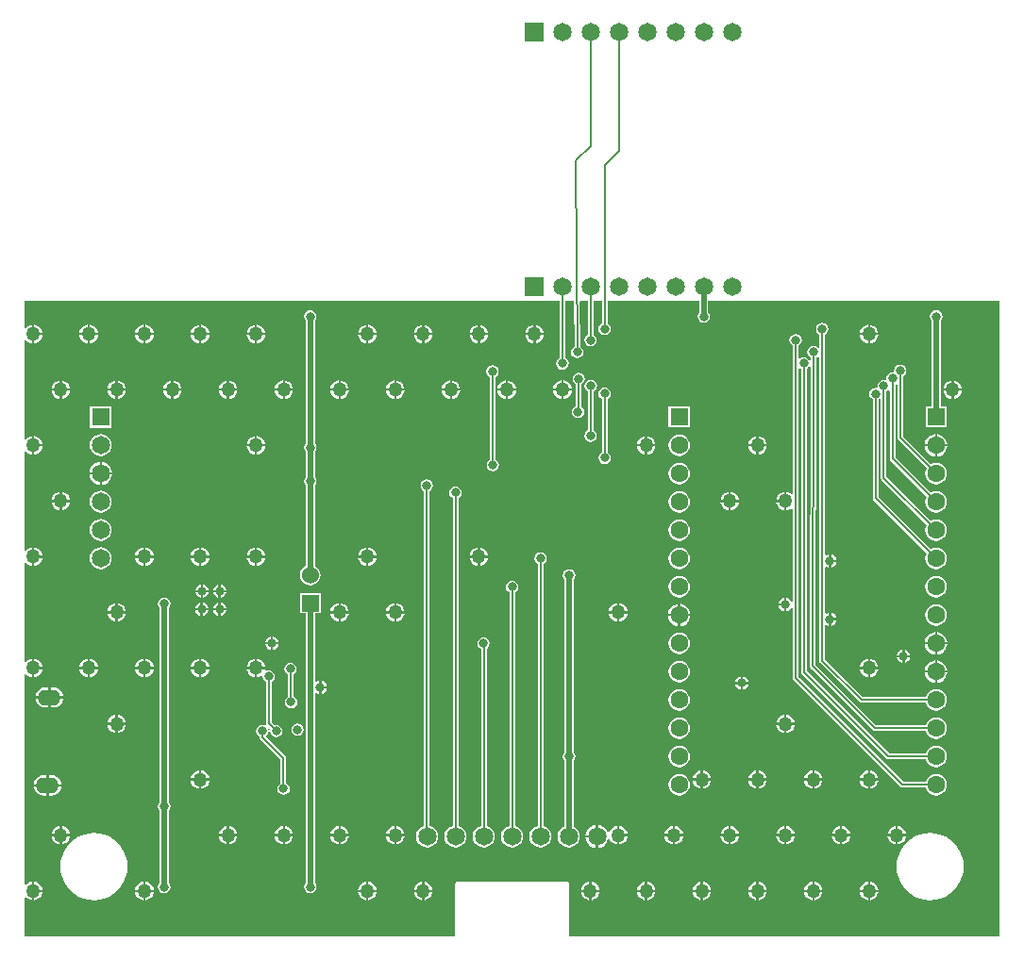
<source format=gbr>
%TF.GenerationSoftware,Altium Limited,Altium Designer,19.1.6 (110)*%
G04 Layer_Physical_Order=2*
G04 Layer_Color=16711680*
%FSLAX43Y43*%
%MOMM*%
%TF.FileFunction,Copper,L2,Bot,Signal*%
%TF.Part,Single*%
G01*
G75*
%TA.AperFunction,Conductor*%
%ADD23C,0.500*%
%ADD24C,0.200*%
%TA.AperFunction,ComponentPad*%
%ADD26C,1.600*%
%ADD27R,1.600X1.600*%
%ADD28C,1.650*%
%ADD29O,2.100X1.400*%
%ADD30R,1.524X1.524*%
%ADD31C,1.524*%
%ADD32R,1.650X1.650*%
%ADD33C,1.651*%
%ADD34R,1.651X1.651*%
%TA.AperFunction,ViaPad*%
%ADD35C,1.270*%
%ADD36C,0.800*%
G36*
X87745Y255D02*
X49155D01*
Y4900D01*
X49135Y4998D01*
X49080Y5080D01*
X48998Y5135D01*
X48900Y5155D01*
X39100D01*
X39002Y5135D01*
X38920Y5080D01*
X38865Y4998D01*
X38845Y4900D01*
Y255D01*
X255D01*
Y3748D01*
X382Y3792D01*
X429Y3729D01*
X604Y3596D01*
X807Y3511D01*
X925Y3496D01*
Y4325D01*
Y5154D01*
X807Y5139D01*
X604Y5054D01*
X429Y4921D01*
X382Y4859D01*
X255Y4902D01*
Y23748D01*
X382Y23792D01*
X429Y23729D01*
X604Y23596D01*
X807Y23511D01*
X925Y23496D01*
Y24325D01*
Y25154D01*
X807Y25139D01*
X604Y25054D01*
X429Y24921D01*
X382Y24858D01*
X255Y24902D01*
Y33748D01*
X382Y33792D01*
X429Y33729D01*
X604Y33596D01*
X807Y33512D01*
X925Y33496D01*
Y34325D01*
Y35154D01*
X807Y35139D01*
X604Y35054D01*
X429Y34921D01*
X382Y34859D01*
X255Y34902D01*
Y43748D01*
X382Y43792D01*
X429Y43729D01*
X604Y43596D01*
X807Y43512D01*
X925Y43496D01*
Y44325D01*
Y45154D01*
X807Y45139D01*
X604Y45054D01*
X429Y44921D01*
X382Y44859D01*
X255Y44902D01*
Y53748D01*
X382Y53792D01*
X429Y53729D01*
X604Y53596D01*
X807Y53512D01*
X925Y53496D01*
Y54325D01*
Y55154D01*
X807Y55139D01*
X604Y55054D01*
X429Y54921D01*
X382Y54859D01*
X255Y54902D01*
Y57300D01*
X48245D01*
Y52149D01*
X48128Y52072D01*
X48007Y51890D01*
X47964Y51675D01*
X48007Y51460D01*
X48128Y51278D01*
X48310Y51157D01*
X48525Y51114D01*
X48740Y51157D01*
X48922Y51278D01*
X49043Y51460D01*
X49086Y51675D01*
X49043Y51890D01*
X48922Y52072D01*
X48755Y52183D01*
Y57300D01*
X49568D01*
X49592Y53189D01*
X49453Y53097D01*
X49332Y52915D01*
X49289Y52700D01*
X49332Y52485D01*
X49453Y52303D01*
X49635Y52182D01*
X49850Y52139D01*
X50065Y52182D01*
X50247Y52303D01*
X50368Y52485D01*
X50411Y52700D01*
X50368Y52915D01*
X50247Y53097D01*
X50102Y53193D01*
X50079Y57210D01*
X50168Y57300D01*
X50795D01*
Y54266D01*
X50653Y54172D01*
X50532Y53990D01*
X50489Y53775D01*
X50532Y53560D01*
X50653Y53378D01*
X50835Y53257D01*
X51050Y53214D01*
X51265Y53257D01*
X51447Y53378D01*
X51568Y53560D01*
X51611Y53775D01*
X51568Y53990D01*
X51447Y54172D01*
X51305Y54266D01*
Y57300D01*
X52045D01*
Y55266D01*
X51903Y55172D01*
X51782Y54990D01*
X51739Y54775D01*
X51782Y54560D01*
X51903Y54378D01*
X52085Y54257D01*
X52300Y54214D01*
X52515Y54257D01*
X52697Y54378D01*
X52818Y54560D01*
X52861Y54775D01*
X52818Y54990D01*
X52697Y55172D01*
X52555Y55266D01*
Y57300D01*
X60792D01*
Y56280D01*
X60682Y56115D01*
X60639Y55900D01*
X60682Y55685D01*
X60803Y55503D01*
X60985Y55382D01*
X61200Y55339D01*
X61415Y55382D01*
X61597Y55503D01*
X61718Y55685D01*
X61761Y55900D01*
X61718Y56115D01*
X61608Y56280D01*
Y57300D01*
X87745D01*
Y255D01*
D02*
G37*
%LPC*%
G36*
X76125Y55154D02*
Y54425D01*
X76854D01*
X76839Y54543D01*
X76754Y54746D01*
X76621Y54921D01*
X76446Y55054D01*
X76243Y55139D01*
X76125Y55154D01*
D02*
G37*
G36*
X75925D02*
X75807Y55139D01*
X75604Y55054D01*
X75429Y54921D01*
X75296Y54746D01*
X75212Y54543D01*
X75196Y54425D01*
X75925D01*
Y55154D01*
D02*
G37*
G36*
X46125D02*
Y54425D01*
X46854D01*
X46839Y54543D01*
X46754Y54746D01*
X46621Y54921D01*
X46446Y55054D01*
X46243Y55139D01*
X46125Y55154D01*
D02*
G37*
G36*
X45925D02*
X45807Y55139D01*
X45604Y55054D01*
X45429Y54921D01*
X45296Y54746D01*
X45212Y54543D01*
X45196Y54425D01*
X45925D01*
Y55154D01*
D02*
G37*
G36*
X41125D02*
Y54425D01*
X41854D01*
X41839Y54543D01*
X41754Y54746D01*
X41621Y54921D01*
X41446Y55054D01*
X41243Y55139D01*
X41125Y55154D01*
D02*
G37*
G36*
X40925D02*
X40807Y55139D01*
X40604Y55054D01*
X40429Y54921D01*
X40296Y54746D01*
X40212Y54543D01*
X40196Y54425D01*
X40925D01*
Y55154D01*
D02*
G37*
G36*
X36125D02*
Y54425D01*
X36854D01*
X36839Y54543D01*
X36754Y54746D01*
X36621Y54921D01*
X36446Y55054D01*
X36243Y55139D01*
X36125Y55154D01*
D02*
G37*
G36*
X35925D02*
X35807Y55139D01*
X35604Y55054D01*
X35429Y54921D01*
X35296Y54746D01*
X35212Y54543D01*
X35196Y54425D01*
X35925D01*
Y55154D01*
D02*
G37*
G36*
X31125D02*
Y54425D01*
X31854D01*
X31839Y54543D01*
X31754Y54746D01*
X31621Y54921D01*
X31446Y55054D01*
X31243Y55139D01*
X31125Y55154D01*
D02*
G37*
G36*
X30925D02*
X30807Y55139D01*
X30604Y55054D01*
X30429Y54921D01*
X30296Y54746D01*
X30212Y54543D01*
X30196Y54425D01*
X30925D01*
Y55154D01*
D02*
G37*
G36*
X21125D02*
Y54425D01*
X21854D01*
X21839Y54543D01*
X21754Y54746D01*
X21621Y54921D01*
X21446Y55054D01*
X21243Y55139D01*
X21125Y55154D01*
D02*
G37*
G36*
X20925D02*
X20807Y55139D01*
X20604Y55054D01*
X20429Y54921D01*
X20296Y54746D01*
X20212Y54543D01*
X20196Y54425D01*
X20925D01*
Y55154D01*
D02*
G37*
G36*
X16125D02*
Y54425D01*
X16854D01*
X16839Y54543D01*
X16754Y54746D01*
X16621Y54921D01*
X16446Y55054D01*
X16243Y55139D01*
X16125Y55154D01*
D02*
G37*
G36*
X15925D02*
X15807Y55139D01*
X15604Y55054D01*
X15429Y54921D01*
X15296Y54746D01*
X15212Y54543D01*
X15196Y54425D01*
X15925D01*
Y55154D01*
D02*
G37*
G36*
X11125D02*
Y54425D01*
X11854D01*
X11839Y54543D01*
X11754Y54746D01*
X11621Y54921D01*
X11446Y55054D01*
X11243Y55139D01*
X11125Y55154D01*
D02*
G37*
G36*
X10925D02*
X10807Y55139D01*
X10604Y55054D01*
X10429Y54921D01*
X10296Y54746D01*
X10212Y54543D01*
X10196Y54425D01*
X10925D01*
Y55154D01*
D02*
G37*
G36*
X6125D02*
Y54425D01*
X6854D01*
X6839Y54543D01*
X6754Y54746D01*
X6621Y54921D01*
X6446Y55054D01*
X6243Y55139D01*
X6125Y55154D01*
D02*
G37*
G36*
X5925D02*
X5807Y55139D01*
X5604Y55054D01*
X5429Y54921D01*
X5296Y54746D01*
X5212Y54543D01*
X5196Y54425D01*
X5925D01*
Y55154D01*
D02*
G37*
G36*
X1125D02*
Y54425D01*
X1854D01*
X1839Y54543D01*
X1754Y54746D01*
X1621Y54921D01*
X1446Y55054D01*
X1243Y55139D01*
X1125Y55154D01*
D02*
G37*
G36*
X76854Y54225D02*
X76125D01*
Y53496D01*
X76243Y53512D01*
X76446Y53596D01*
X76621Y53729D01*
X76754Y53904D01*
X76839Y54107D01*
X76854Y54225D01*
D02*
G37*
G36*
X75925D02*
X75196D01*
X75212Y54107D01*
X75296Y53904D01*
X75429Y53729D01*
X75604Y53596D01*
X75807Y53512D01*
X75925Y53496D01*
Y54225D01*
D02*
G37*
G36*
X46854D02*
X46125D01*
Y53496D01*
X46243Y53512D01*
X46446Y53596D01*
X46621Y53729D01*
X46754Y53904D01*
X46839Y54107D01*
X46854Y54225D01*
D02*
G37*
G36*
X45925D02*
X45196D01*
X45212Y54107D01*
X45296Y53904D01*
X45429Y53729D01*
X45604Y53596D01*
X45807Y53512D01*
X45925Y53496D01*
Y54225D01*
D02*
G37*
G36*
X41854D02*
X41125D01*
Y53496D01*
X41243Y53512D01*
X41446Y53596D01*
X41621Y53729D01*
X41754Y53904D01*
X41839Y54107D01*
X41854Y54225D01*
D02*
G37*
G36*
X40925D02*
X40196D01*
X40212Y54107D01*
X40296Y53904D01*
X40429Y53729D01*
X40604Y53596D01*
X40807Y53512D01*
X40925Y53496D01*
Y54225D01*
D02*
G37*
G36*
X36854D02*
X36125D01*
Y53496D01*
X36243Y53512D01*
X36446Y53596D01*
X36621Y53729D01*
X36754Y53904D01*
X36839Y54107D01*
X36854Y54225D01*
D02*
G37*
G36*
X35925D02*
X35196D01*
X35212Y54107D01*
X35296Y53904D01*
X35429Y53729D01*
X35604Y53596D01*
X35807Y53512D01*
X35925Y53496D01*
Y54225D01*
D02*
G37*
G36*
X31854D02*
X31125D01*
Y53496D01*
X31243Y53512D01*
X31446Y53596D01*
X31621Y53729D01*
X31754Y53904D01*
X31839Y54107D01*
X31854Y54225D01*
D02*
G37*
G36*
X30925D02*
X30196D01*
X30212Y54107D01*
X30296Y53904D01*
X30429Y53729D01*
X30604Y53596D01*
X30807Y53512D01*
X30925Y53496D01*
Y54225D01*
D02*
G37*
G36*
X21854D02*
X21125D01*
Y53496D01*
X21243Y53512D01*
X21446Y53596D01*
X21621Y53729D01*
X21754Y53904D01*
X21839Y54107D01*
X21854Y54225D01*
D02*
G37*
G36*
X20925D02*
X20196D01*
X20212Y54107D01*
X20296Y53904D01*
X20429Y53729D01*
X20604Y53596D01*
X20807Y53512D01*
X20925Y53496D01*
Y54225D01*
D02*
G37*
G36*
X16854D02*
X16125D01*
Y53496D01*
X16243Y53512D01*
X16446Y53596D01*
X16621Y53729D01*
X16754Y53904D01*
X16839Y54107D01*
X16854Y54225D01*
D02*
G37*
G36*
X15925D02*
X15196D01*
X15212Y54107D01*
X15296Y53904D01*
X15429Y53729D01*
X15604Y53596D01*
X15807Y53512D01*
X15925Y53496D01*
Y54225D01*
D02*
G37*
G36*
X11854D02*
X11125D01*
Y53496D01*
X11243Y53512D01*
X11446Y53596D01*
X11621Y53729D01*
X11754Y53904D01*
X11839Y54107D01*
X11854Y54225D01*
D02*
G37*
G36*
X10925D02*
X10196D01*
X10212Y54107D01*
X10296Y53904D01*
X10429Y53729D01*
X10604Y53596D01*
X10807Y53512D01*
X10925Y53496D01*
Y54225D01*
D02*
G37*
G36*
X6854D02*
X6125D01*
Y53496D01*
X6243Y53512D01*
X6446Y53596D01*
X6621Y53729D01*
X6754Y53904D01*
X6839Y54107D01*
X6854Y54225D01*
D02*
G37*
G36*
X5925D02*
X5196D01*
X5212Y54107D01*
X5296Y53904D01*
X5429Y53729D01*
X5604Y53596D01*
X5807Y53512D01*
X5925Y53496D01*
Y54225D01*
D02*
G37*
G36*
X1854D02*
X1125D01*
Y53496D01*
X1243Y53512D01*
X1446Y53596D01*
X1621Y53729D01*
X1754Y53904D01*
X1839Y54107D01*
X1854Y54225D01*
D02*
G37*
G36*
X71825Y55336D02*
X71610Y55293D01*
X71428Y55172D01*
X71307Y54990D01*
X71264Y54775D01*
X71307Y54560D01*
X71428Y54378D01*
X71570Y54284D01*
Y53140D01*
X71464Y53103D01*
X71443Y53099D01*
X71265Y53218D01*
X71050Y53261D01*
X70835Y53218D01*
X70653Y53097D01*
X70532Y52915D01*
X70489Y52700D01*
X70532Y52485D01*
X70653Y52303D01*
X70794Y52210D01*
X70793Y51968D01*
X70666Y51930D01*
X70572Y52072D01*
X70390Y52193D01*
X70175Y52236D01*
X69960Y52193D01*
X69832Y52107D01*
X69705Y52173D01*
Y53284D01*
X69847Y53378D01*
X69968Y53560D01*
X70011Y53775D01*
X69968Y53990D01*
X69847Y54172D01*
X69665Y54293D01*
X69450Y54336D01*
X69235Y54293D01*
X69053Y54172D01*
X68932Y53990D01*
X68889Y53775D01*
X68932Y53560D01*
X69053Y53378D01*
X69195Y53284D01*
Y40023D01*
X69068Y39961D01*
X68946Y40054D01*
X68743Y40139D01*
X68625Y40154D01*
Y39325D01*
Y38496D01*
X68743Y38512D01*
X68946Y38596D01*
X69068Y38689D01*
X69195Y38627D01*
Y30284D01*
X69068Y30271D01*
X69065Y30286D01*
X68933Y30485D01*
X68734Y30617D01*
X68600Y30644D01*
Y30052D01*
Y29460D01*
X68734Y29487D01*
X68933Y29619D01*
X69065Y29818D01*
X69068Y29833D01*
X69195Y29820D01*
Y23450D01*
X69215Y23352D01*
X69270Y23270D01*
X78870Y13670D01*
X78952Y13615D01*
X79050Y13595D01*
X81113D01*
X81206Y13371D01*
X81358Y13172D01*
X81557Y13020D01*
X81788Y12924D01*
X82036Y12892D01*
X82284Y12924D01*
X82515Y13020D01*
X82714Y13172D01*
X82866Y13371D01*
X82962Y13602D01*
X82994Y13850D01*
X82962Y14098D01*
X82866Y14329D01*
X82714Y14528D01*
X82515Y14680D01*
X82284Y14776D01*
X82036Y14808D01*
X81788Y14776D01*
X81557Y14680D01*
X81358Y14528D01*
X81206Y14329D01*
X81113Y14105D01*
X79156D01*
X69705Y23556D01*
Y51177D01*
X69814Y51233D01*
X69920Y51165D01*
Y23975D01*
X69940Y23877D01*
X69995Y23795D01*
X77580Y16210D01*
X77662Y16154D01*
X77760Y16135D01*
X81113D01*
X81206Y15911D01*
X81358Y15712D01*
X81557Y15560D01*
X81788Y15464D01*
X82036Y15432D01*
X82284Y15464D01*
X82515Y15560D01*
X82714Y15712D01*
X82866Y15911D01*
X82962Y16142D01*
X82994Y16390D01*
X82962Y16638D01*
X82866Y16869D01*
X82714Y17068D01*
X82515Y17220D01*
X82284Y17316D01*
X82036Y17348D01*
X81788Y17316D01*
X81557Y17220D01*
X81358Y17068D01*
X81206Y16869D01*
X81113Y16645D01*
X77866D01*
X70430Y24081D01*
Y51184D01*
X70572Y51278D01*
X70665Y51418D01*
X70792Y51379D01*
X70722Y24499D01*
X70722Y24498D01*
X70722Y24498D01*
X70732Y24449D01*
X70741Y24401D01*
X70742Y24401D01*
X70742Y24400D01*
X70769Y24359D01*
X70796Y24318D01*
X70797Y24318D01*
X70797Y24318D01*
X76365Y18750D01*
X76447Y18694D01*
X76545Y18675D01*
X81113D01*
X81206Y18451D01*
X81358Y18252D01*
X81557Y18100D01*
X81788Y18004D01*
X82036Y17972D01*
X82284Y18004D01*
X82515Y18100D01*
X82714Y18252D01*
X82866Y18451D01*
X82962Y18682D01*
X82994Y18930D01*
X82962Y19178D01*
X82866Y19409D01*
X82714Y19608D01*
X82515Y19760D01*
X82284Y19856D01*
X82036Y19888D01*
X81788Y19856D01*
X81557Y19760D01*
X81358Y19608D01*
X81206Y19409D01*
X81113Y19185D01*
X76651D01*
X71232Y24603D01*
X71304Y52208D01*
X71443Y52301D01*
X71464Y52297D01*
X71570Y52260D01*
Y25000D01*
X71590Y24902D01*
X71645Y24820D01*
X75175Y21290D01*
X75257Y21235D01*
X75355Y21215D01*
X81113D01*
X81206Y20991D01*
X81358Y20792D01*
X81557Y20640D01*
X81788Y20544D01*
X82036Y20512D01*
X82284Y20544D01*
X82515Y20640D01*
X82714Y20792D01*
X82866Y20991D01*
X82962Y21222D01*
X82994Y21470D01*
X82962Y21718D01*
X82866Y21949D01*
X82714Y22148D01*
X82515Y22300D01*
X82284Y22396D01*
X82036Y22428D01*
X81788Y22396D01*
X81557Y22300D01*
X81358Y22148D01*
X81206Y21949D01*
X81113Y21725D01*
X75461D01*
X72080Y25106D01*
Y28148D01*
X72207Y28216D01*
X72291Y28160D01*
X72425Y28133D01*
Y28725D01*
Y29317D01*
X72291Y29290D01*
X72207Y29234D01*
X72080Y29302D01*
Y33375D01*
X72207Y33443D01*
X72291Y33387D01*
X72425Y33360D01*
Y33952D01*
Y34544D01*
X72291Y34517D01*
X72207Y34461D01*
X72080Y34529D01*
Y54284D01*
X72222Y54378D01*
X72343Y54560D01*
X72386Y54775D01*
X72343Y54990D01*
X72222Y55172D01*
X72040Y55293D01*
X71825Y55336D01*
D02*
G37*
G36*
X78825Y51586D02*
X78610Y51543D01*
X78428Y51422D01*
X78307Y51240D01*
X78264Y51025D01*
X78276Y50963D01*
X78187Y50874D01*
X78125Y50886D01*
X77910Y50843D01*
X77728Y50722D01*
X77607Y50540D01*
X77564Y50325D01*
X77570Y50297D01*
X77462Y50189D01*
X77350Y50211D01*
X77135Y50168D01*
X76953Y50047D01*
X76832Y49865D01*
X76789Y49650D01*
X76799Y49601D01*
X76691Y49493D01*
X76600Y49511D01*
X76385Y49468D01*
X76203Y49347D01*
X76082Y49165D01*
X76039Y48950D01*
X76082Y48735D01*
X76203Y48553D01*
X76345Y48459D01*
Y39606D01*
X76365Y39508D01*
X76420Y39426D01*
X81203Y34642D01*
X81110Y34418D01*
X81078Y34170D01*
X81110Y33922D01*
X81206Y33691D01*
X81358Y33492D01*
X81557Y33340D01*
X81788Y33244D01*
X82036Y33212D01*
X82284Y33244D01*
X82515Y33340D01*
X82714Y33492D01*
X82866Y33691D01*
X82962Y33922D01*
X82994Y34170D01*
X82962Y34418D01*
X82866Y34649D01*
X82714Y34848D01*
X82515Y35000D01*
X82284Y35096D01*
X82036Y35128D01*
X81788Y35096D01*
X81564Y35003D01*
X76855Y39712D01*
Y48459D01*
X76968Y48534D01*
X77095Y48490D01*
Y41396D01*
X77115Y41298D01*
X77170Y41216D01*
X81203Y37182D01*
X81110Y36958D01*
X81078Y36710D01*
X81110Y36462D01*
X81206Y36231D01*
X81358Y36032D01*
X81557Y35880D01*
X81788Y35784D01*
X82036Y35752D01*
X82284Y35784D01*
X82515Y35880D01*
X82714Y36032D01*
X82866Y36231D01*
X82962Y36462D01*
X82994Y36710D01*
X82962Y36958D01*
X82866Y37189D01*
X82714Y37388D01*
X82515Y37540D01*
X82284Y37636D01*
X82036Y37668D01*
X81788Y37636D01*
X81564Y37543D01*
X77605Y41502D01*
Y49159D01*
X77743Y49251D01*
X77764Y49247D01*
X77870Y49210D01*
Y43161D01*
X77890Y43063D01*
X77945Y42981D01*
X81203Y39722D01*
X81110Y39498D01*
X81078Y39250D01*
X81110Y39002D01*
X81206Y38771D01*
X81358Y38572D01*
X81557Y38420D01*
X81788Y38324D01*
X82036Y38292D01*
X82284Y38324D01*
X82515Y38420D01*
X82714Y38572D01*
X82866Y38771D01*
X82962Y39002D01*
X82994Y39250D01*
X82962Y39498D01*
X82866Y39729D01*
X82714Y39928D01*
X82515Y40080D01*
X82284Y40176D01*
X82036Y40208D01*
X81788Y40176D01*
X81564Y40083D01*
X78380Y43267D01*
Y49768D01*
X78443Y49807D01*
X78570Y49737D01*
Y45001D01*
X78590Y44903D01*
X78645Y44821D01*
X81203Y42262D01*
X81110Y42038D01*
X81078Y41790D01*
X81110Y41542D01*
X81206Y41311D01*
X81358Y41112D01*
X81557Y40960D01*
X81788Y40864D01*
X82036Y40832D01*
X82284Y40864D01*
X82515Y40960D01*
X82714Y41112D01*
X82866Y41311D01*
X82962Y41542D01*
X82994Y41790D01*
X82962Y42038D01*
X82866Y42269D01*
X82714Y42468D01*
X82515Y42620D01*
X82284Y42716D01*
X82036Y42748D01*
X81788Y42716D01*
X81564Y42623D01*
X79080Y45107D01*
Y50534D01*
X79222Y50628D01*
X79343Y50810D01*
X79386Y51025D01*
X79343Y51240D01*
X79222Y51422D01*
X79040Y51543D01*
X78825Y51586D01*
D02*
G37*
G36*
X83625Y50154D02*
Y49425D01*
X84354D01*
X84339Y49543D01*
X84254Y49746D01*
X84121Y49921D01*
X83946Y50054D01*
X83743Y50139D01*
X83625Y50154D01*
D02*
G37*
G36*
X83425D02*
X83307Y50139D01*
X83104Y50054D01*
X82929Y49921D01*
X82796Y49746D01*
X82712Y49543D01*
X82696Y49425D01*
X83425D01*
Y50154D01*
D02*
G37*
G36*
X48625D02*
Y49425D01*
X49354D01*
X49339Y49543D01*
X49254Y49746D01*
X49121Y49921D01*
X48946Y50054D01*
X48743Y50139D01*
X48625Y50154D01*
D02*
G37*
G36*
X48425D02*
X48307Y50139D01*
X48104Y50054D01*
X47929Y49921D01*
X47796Y49746D01*
X47712Y49543D01*
X47696Y49425D01*
X48425D01*
Y50154D01*
D02*
G37*
G36*
X43625D02*
Y49425D01*
X44354D01*
X44339Y49543D01*
X44254Y49746D01*
X44121Y49921D01*
X43946Y50054D01*
X43743Y50139D01*
X43625Y50154D01*
D02*
G37*
G36*
X43425D02*
X43307Y50139D01*
X43104Y50054D01*
X42929Y49921D01*
X42796Y49746D01*
X42712Y49543D01*
X42696Y49425D01*
X43425D01*
Y50154D01*
D02*
G37*
G36*
X38625D02*
Y49425D01*
X39354D01*
X39339Y49543D01*
X39254Y49746D01*
X39121Y49921D01*
X38946Y50054D01*
X38743Y50139D01*
X38625Y50154D01*
D02*
G37*
G36*
X38425D02*
X38307Y50139D01*
X38104Y50054D01*
X37929Y49921D01*
X37796Y49746D01*
X37712Y49543D01*
X37696Y49425D01*
X38425D01*
Y50154D01*
D02*
G37*
G36*
X33625D02*
Y49425D01*
X34354D01*
X34339Y49543D01*
X34254Y49746D01*
X34121Y49921D01*
X33946Y50054D01*
X33743Y50139D01*
X33625Y50154D01*
D02*
G37*
G36*
X33425D02*
X33307Y50139D01*
X33104Y50054D01*
X32929Y49921D01*
X32796Y49746D01*
X32712Y49543D01*
X32696Y49425D01*
X33425D01*
Y50154D01*
D02*
G37*
G36*
X28625D02*
Y49425D01*
X29354D01*
X29339Y49543D01*
X29254Y49746D01*
X29121Y49921D01*
X28946Y50054D01*
X28743Y50139D01*
X28625Y50154D01*
D02*
G37*
G36*
X28425D02*
X28307Y50139D01*
X28104Y50054D01*
X27929Y49921D01*
X27796Y49746D01*
X27712Y49543D01*
X27696Y49425D01*
X28425D01*
Y50154D01*
D02*
G37*
G36*
X23625D02*
Y49425D01*
X24354D01*
X24339Y49543D01*
X24254Y49746D01*
X24121Y49921D01*
X23946Y50054D01*
X23743Y50139D01*
X23625Y50154D01*
D02*
G37*
G36*
X23425D02*
X23307Y50139D01*
X23104Y50054D01*
X22929Y49921D01*
X22796Y49746D01*
X22712Y49543D01*
X22696Y49425D01*
X23425D01*
Y50154D01*
D02*
G37*
G36*
X18625D02*
Y49425D01*
X19354D01*
X19339Y49543D01*
X19254Y49746D01*
X19121Y49921D01*
X18946Y50054D01*
X18743Y50139D01*
X18625Y50154D01*
D02*
G37*
G36*
X18425D02*
X18307Y50139D01*
X18104Y50054D01*
X17929Y49921D01*
X17796Y49746D01*
X17712Y49543D01*
X17696Y49425D01*
X18425D01*
Y50154D01*
D02*
G37*
G36*
X13625D02*
Y49425D01*
X14354D01*
X14339Y49543D01*
X14254Y49746D01*
X14121Y49921D01*
X13946Y50054D01*
X13743Y50139D01*
X13625Y50154D01*
D02*
G37*
G36*
X13425D02*
X13307Y50139D01*
X13104Y50054D01*
X12929Y49921D01*
X12796Y49746D01*
X12712Y49543D01*
X12696Y49425D01*
X13425D01*
Y50154D01*
D02*
G37*
G36*
X8625D02*
Y49425D01*
X9354D01*
X9339Y49543D01*
X9254Y49746D01*
X9121Y49921D01*
X8946Y50054D01*
X8743Y50139D01*
X8625Y50154D01*
D02*
G37*
G36*
X8425D02*
X8307Y50139D01*
X8104Y50054D01*
X7929Y49921D01*
X7796Y49746D01*
X7712Y49543D01*
X7696Y49425D01*
X8425D01*
Y50154D01*
D02*
G37*
G36*
X3625D02*
Y49425D01*
X4354D01*
X4339Y49543D01*
X4254Y49746D01*
X4121Y49921D01*
X3946Y50054D01*
X3743Y50139D01*
X3625Y50154D01*
D02*
G37*
G36*
X3425D02*
X3307Y50139D01*
X3104Y50054D01*
X2929Y49921D01*
X2796Y49746D01*
X2712Y49543D01*
X2696Y49425D01*
X3425D01*
Y50154D01*
D02*
G37*
G36*
X84354Y49225D02*
X83625D01*
Y48496D01*
X83743Y48512D01*
X83946Y48596D01*
X84121Y48729D01*
X84254Y48904D01*
X84339Y49107D01*
X84354Y49225D01*
D02*
G37*
G36*
X83425D02*
X82696D01*
X82712Y49107D01*
X82796Y48904D01*
X82929Y48729D01*
X83104Y48596D01*
X83307Y48512D01*
X83425Y48496D01*
Y49225D01*
D02*
G37*
G36*
X49354D02*
X48625D01*
Y48496D01*
X48743Y48512D01*
X48946Y48596D01*
X49121Y48729D01*
X49254Y48904D01*
X49339Y49107D01*
X49354Y49225D01*
D02*
G37*
G36*
X48425D02*
X47696D01*
X47712Y49107D01*
X47796Y48904D01*
X47929Y48729D01*
X48104Y48596D01*
X48307Y48512D01*
X48425Y48496D01*
Y49225D01*
D02*
G37*
G36*
X44354D02*
X43625D01*
Y48496D01*
X43743Y48512D01*
X43946Y48596D01*
X44121Y48729D01*
X44254Y48904D01*
X44339Y49107D01*
X44354Y49225D01*
D02*
G37*
G36*
X43425D02*
X42696D01*
X42712Y49107D01*
X42796Y48904D01*
X42929Y48729D01*
X43104Y48596D01*
X43307Y48512D01*
X43425Y48496D01*
Y49225D01*
D02*
G37*
G36*
X39354D02*
X38625D01*
Y48496D01*
X38743Y48512D01*
X38946Y48596D01*
X39121Y48729D01*
X39254Y48904D01*
X39339Y49107D01*
X39354Y49225D01*
D02*
G37*
G36*
X38425D02*
X37696D01*
X37712Y49107D01*
X37796Y48904D01*
X37929Y48729D01*
X38104Y48596D01*
X38307Y48512D01*
X38425Y48496D01*
Y49225D01*
D02*
G37*
G36*
X34354D02*
X33625D01*
Y48496D01*
X33743Y48512D01*
X33946Y48596D01*
X34121Y48729D01*
X34254Y48904D01*
X34339Y49107D01*
X34354Y49225D01*
D02*
G37*
G36*
X33425D02*
X32696D01*
X32712Y49107D01*
X32796Y48904D01*
X32929Y48729D01*
X33104Y48596D01*
X33307Y48512D01*
X33425Y48496D01*
Y49225D01*
D02*
G37*
G36*
X29354D02*
X28625D01*
Y48496D01*
X28743Y48512D01*
X28946Y48596D01*
X29121Y48729D01*
X29254Y48904D01*
X29339Y49107D01*
X29354Y49225D01*
D02*
G37*
G36*
X28425D02*
X27696D01*
X27712Y49107D01*
X27796Y48904D01*
X27929Y48729D01*
X28104Y48596D01*
X28307Y48512D01*
X28425Y48496D01*
Y49225D01*
D02*
G37*
G36*
X24354D02*
X23625D01*
Y48496D01*
X23743Y48512D01*
X23946Y48596D01*
X24121Y48729D01*
X24254Y48904D01*
X24339Y49107D01*
X24354Y49225D01*
D02*
G37*
G36*
X23425D02*
X22696D01*
X22712Y49107D01*
X22796Y48904D01*
X22929Y48729D01*
X23104Y48596D01*
X23307Y48512D01*
X23425Y48496D01*
Y49225D01*
D02*
G37*
G36*
X19354D02*
X18625D01*
Y48496D01*
X18743Y48512D01*
X18946Y48596D01*
X19121Y48729D01*
X19254Y48904D01*
X19339Y49107D01*
X19354Y49225D01*
D02*
G37*
G36*
X18425D02*
X17696D01*
X17712Y49107D01*
X17796Y48904D01*
X17929Y48729D01*
X18104Y48596D01*
X18307Y48512D01*
X18425Y48496D01*
Y49225D01*
D02*
G37*
G36*
X14354D02*
X13625D01*
Y48496D01*
X13743Y48512D01*
X13946Y48596D01*
X14121Y48729D01*
X14254Y48904D01*
X14339Y49107D01*
X14354Y49225D01*
D02*
G37*
G36*
X13425D02*
X12696D01*
X12712Y49107D01*
X12796Y48904D01*
X12929Y48729D01*
X13104Y48596D01*
X13307Y48512D01*
X13425Y48496D01*
Y49225D01*
D02*
G37*
G36*
X9354D02*
X8625D01*
Y48496D01*
X8743Y48512D01*
X8946Y48596D01*
X9121Y48729D01*
X9254Y48904D01*
X9339Y49107D01*
X9354Y49225D01*
D02*
G37*
G36*
X8425D02*
X7696D01*
X7712Y49107D01*
X7796Y48904D01*
X7929Y48729D01*
X8104Y48596D01*
X8307Y48512D01*
X8425Y48496D01*
Y49225D01*
D02*
G37*
G36*
X4354D02*
X3625D01*
Y48496D01*
X3743Y48512D01*
X3946Y48596D01*
X4121Y48729D01*
X4254Y48904D01*
X4339Y49107D01*
X4354Y49225D01*
D02*
G37*
G36*
X3425D02*
X2696D01*
X2712Y49107D01*
X2796Y48904D01*
X2929Y48729D01*
X3104Y48596D01*
X3307Y48512D01*
X3425Y48496D01*
Y49225D01*
D02*
G37*
G36*
X50000Y50861D02*
X49785Y50818D01*
X49603Y50697D01*
X49482Y50515D01*
X49439Y50300D01*
X49482Y50085D01*
X49603Y49903D01*
X49745Y49809D01*
Y47875D01*
X49710Y47868D01*
X49528Y47747D01*
X49407Y47565D01*
X49364Y47350D01*
X49407Y47135D01*
X49528Y46953D01*
X49710Y46832D01*
X49925Y46789D01*
X50140Y46832D01*
X50322Y46953D01*
X50443Y47135D01*
X50486Y47350D01*
X50443Y47565D01*
X50322Y47747D01*
X50255Y47791D01*
Y49809D01*
X50397Y49903D01*
X50518Y50085D01*
X50561Y50300D01*
X50518Y50515D01*
X50397Y50697D01*
X50215Y50818D01*
X50000Y50861D01*
D02*
G37*
G36*
X82050Y56461D02*
X81835Y56418D01*
X81653Y56297D01*
X81532Y56115D01*
X81489Y55900D01*
X81532Y55685D01*
X81642Y55520D01*
Y47820D01*
X81086D01*
Y45920D01*
X82986D01*
Y47820D01*
X82458D01*
Y55520D01*
X82568Y55685D01*
X82611Y55900D01*
X82568Y56115D01*
X82447Y56297D01*
X82265Y56418D01*
X82050Y56461D01*
D02*
G37*
G36*
X59950Y47820D02*
X58050D01*
Y45920D01*
X59950D01*
Y47820D01*
D02*
G37*
G36*
X8075Y47856D02*
X6125D01*
Y45906D01*
X8075D01*
Y47856D01*
D02*
G37*
G36*
X51075Y50211D02*
X50860Y50168D01*
X50678Y50047D01*
X50557Y49865D01*
X50514Y49650D01*
X50557Y49435D01*
X50678Y49253D01*
X50820Y49159D01*
Y45694D01*
X50656Y45584D01*
X50534Y45402D01*
X50492Y45188D01*
X50534Y44973D01*
X50656Y44791D01*
X50838Y44669D01*
X51053Y44627D01*
X51267Y44669D01*
X51449Y44791D01*
X51571Y44973D01*
X51613Y45188D01*
X51571Y45402D01*
X51449Y45584D01*
X51330Y45664D01*
Y49159D01*
X51472Y49253D01*
X51593Y49435D01*
X51636Y49650D01*
X51593Y49865D01*
X51472Y50047D01*
X51290Y50168D01*
X51075Y50211D01*
D02*
G37*
G36*
X82136Y45325D02*
Y44430D01*
X83031D01*
X83010Y44591D01*
X82910Y44834D01*
X82749Y45043D01*
X82540Y45203D01*
X82297Y45304D01*
X82136Y45325D01*
D02*
G37*
G36*
X81936D02*
X81775Y45304D01*
X81532Y45203D01*
X81323Y45043D01*
X81162Y44834D01*
X81062Y44591D01*
X81041Y44430D01*
X81936D01*
Y45325D01*
D02*
G37*
G36*
X66125Y45154D02*
Y44425D01*
X66854D01*
X66839Y44543D01*
X66754Y44746D01*
X66621Y44921D01*
X66446Y45054D01*
X66243Y45139D01*
X66125Y45154D01*
D02*
G37*
G36*
X65925D02*
X65807Y45139D01*
X65604Y45054D01*
X65429Y44921D01*
X65296Y44746D01*
X65212Y44543D01*
X65196Y44425D01*
X65925D01*
Y45154D01*
D02*
G37*
G36*
X56125D02*
Y44425D01*
X56854D01*
X56839Y44543D01*
X56754Y44746D01*
X56621Y44921D01*
X56446Y45054D01*
X56243Y45139D01*
X56125Y45154D01*
D02*
G37*
G36*
X55925D02*
X55807Y45139D01*
X55604Y45054D01*
X55429Y44921D01*
X55296Y44746D01*
X55212Y44543D01*
X55196Y44425D01*
X55925D01*
Y45154D01*
D02*
G37*
G36*
X21125D02*
Y44425D01*
X21854D01*
X21839Y44543D01*
X21754Y44746D01*
X21621Y44921D01*
X21446Y45054D01*
X21243Y45139D01*
X21125Y45154D01*
D02*
G37*
G36*
X20925D02*
X20807Y45139D01*
X20604Y45054D01*
X20429Y44921D01*
X20296Y44746D01*
X20212Y44543D01*
X20196Y44425D01*
X20925D01*
Y45154D01*
D02*
G37*
G36*
X1125D02*
Y44425D01*
X1854D01*
X1839Y44543D01*
X1754Y44746D01*
X1621Y44921D01*
X1446Y45054D01*
X1243Y45139D01*
X1125Y45154D01*
D02*
G37*
G36*
X66854Y44225D02*
X66125D01*
Y43496D01*
X66243Y43512D01*
X66446Y43596D01*
X66621Y43729D01*
X66754Y43904D01*
X66839Y44107D01*
X66854Y44225D01*
D02*
G37*
G36*
X65925D02*
X65196D01*
X65212Y44107D01*
X65296Y43904D01*
X65429Y43729D01*
X65604Y43596D01*
X65807Y43512D01*
X65925Y43496D01*
Y44225D01*
D02*
G37*
G36*
X56854D02*
X56125D01*
Y43496D01*
X56243Y43512D01*
X56446Y43596D01*
X56621Y43729D01*
X56754Y43904D01*
X56839Y44107D01*
X56854Y44225D01*
D02*
G37*
G36*
X55925D02*
X55196D01*
X55212Y44107D01*
X55296Y43904D01*
X55429Y43729D01*
X55604Y43596D01*
X55807Y43512D01*
X55925Y43496D01*
Y44225D01*
D02*
G37*
G36*
X21854D02*
X21125D01*
Y43496D01*
X21243Y43512D01*
X21446Y43596D01*
X21621Y43729D01*
X21754Y43904D01*
X21839Y44107D01*
X21854Y44225D01*
D02*
G37*
G36*
X20925D02*
X20196D01*
X20212Y44107D01*
X20296Y43904D01*
X20429Y43729D01*
X20604Y43596D01*
X20807Y43512D01*
X20925Y43496D01*
Y44225D01*
D02*
G37*
G36*
X1854D02*
X1125D01*
Y43496D01*
X1243Y43512D01*
X1446Y43596D01*
X1621Y43729D01*
X1754Y43904D01*
X1839Y44107D01*
X1854Y44225D01*
D02*
G37*
G36*
X59000Y45288D02*
X58752Y45256D01*
X58521Y45160D01*
X58322Y45008D01*
X58170Y44809D01*
X58074Y44578D01*
X58042Y44330D01*
X58074Y44082D01*
X58170Y43851D01*
X58322Y43652D01*
X58521Y43500D01*
X58752Y43404D01*
X59000Y43372D01*
X59248Y43404D01*
X59479Y43500D01*
X59678Y43652D01*
X59830Y43851D01*
X59926Y44082D01*
X59958Y44330D01*
X59926Y44578D01*
X59830Y44809D01*
X59678Y45008D01*
X59479Y45160D01*
X59248Y45256D01*
X59000Y45288D01*
D02*
G37*
G36*
X7100Y45325D02*
X6845Y45291D01*
X6608Y45193D01*
X6405Y45037D01*
X6248Y44833D01*
X6150Y44596D01*
X6117Y44341D01*
X6150Y44087D01*
X6248Y43850D01*
X6405Y43646D01*
X6608Y43490D01*
X6845Y43391D01*
X7100Y43358D01*
X7355Y43391D01*
X7592Y43490D01*
X7795Y43646D01*
X7952Y43850D01*
X8050Y44087D01*
X8083Y44341D01*
X8050Y44596D01*
X7952Y44833D01*
X7795Y45037D01*
X7592Y45193D01*
X7355Y45291D01*
X7100Y45325D01*
D02*
G37*
G36*
X83031Y44230D02*
X82136D01*
Y43335D01*
X82297Y43356D01*
X82540Y43457D01*
X82749Y43617D01*
X82910Y43826D01*
X83010Y44069D01*
X83031Y44230D01*
D02*
G37*
G36*
X81936D02*
X81041D01*
X81062Y44069D01*
X81162Y43826D01*
X81323Y43617D01*
X81532Y43457D01*
X81775Y43356D01*
X81936Y43335D01*
Y44230D01*
D02*
G37*
G36*
X52300Y49536D02*
X52085Y49493D01*
X51903Y49372D01*
X51782Y49190D01*
X51739Y48975D01*
X51782Y48760D01*
X51903Y48578D01*
X52045Y48484D01*
Y43695D01*
X51916Y43609D01*
X51794Y43427D01*
X51752Y43213D01*
X51794Y42998D01*
X51916Y42816D01*
X52098Y42694D01*
X52312Y42652D01*
X52527Y42694D01*
X52709Y42816D01*
X52831Y42998D01*
X52873Y43213D01*
X52831Y43427D01*
X52709Y43609D01*
X52555Y43712D01*
Y48484D01*
X52697Y48578D01*
X52818Y48760D01*
X52861Y48975D01*
X52818Y49190D01*
X52697Y49372D01*
X52515Y49493D01*
X52300Y49536D01*
D02*
G37*
G36*
X42250Y51511D02*
X42035Y51468D01*
X41853Y51347D01*
X41732Y51165D01*
X41689Y50950D01*
X41732Y50735D01*
X41853Y50553D01*
X41995Y50459D01*
Y43024D01*
X41878Y42946D01*
X41757Y42765D01*
X41714Y42550D01*
X41757Y42335D01*
X41878Y42153D01*
X42060Y42032D01*
X42275Y41989D01*
X42490Y42032D01*
X42671Y42153D01*
X42793Y42335D01*
X42836Y42550D01*
X42793Y42765D01*
X42671Y42946D01*
X42505Y43058D01*
Y50459D01*
X42647Y50553D01*
X42768Y50735D01*
X42811Y50950D01*
X42768Y51165D01*
X42647Y51347D01*
X42465Y51468D01*
X42250Y51511D01*
D02*
G37*
G36*
X7200Y42822D02*
Y41901D01*
X8121D01*
X8099Y42069D01*
X7995Y42318D01*
X7831Y42532D01*
X7617Y42697D01*
X7368Y42800D01*
X7200Y42822D01*
D02*
G37*
G36*
X7000Y42822D02*
X6832Y42800D01*
X6583Y42697D01*
X6369Y42532D01*
X6205Y42318D01*
X6101Y42069D01*
X6079Y41901D01*
X7000D01*
Y42822D01*
D02*
G37*
G36*
X59000Y42748D02*
X58752Y42716D01*
X58521Y42620D01*
X58322Y42468D01*
X58170Y42269D01*
X58074Y42038D01*
X58042Y41790D01*
X58074Y41542D01*
X58170Y41311D01*
X58322Y41112D01*
X58521Y40960D01*
X58752Y40864D01*
X59000Y40832D01*
X59248Y40864D01*
X59479Y40960D01*
X59678Y41112D01*
X59830Y41311D01*
X59926Y41542D01*
X59958Y41790D01*
X59926Y42038D01*
X59830Y42269D01*
X59678Y42468D01*
X59479Y42620D01*
X59248Y42716D01*
X59000Y42748D01*
D02*
G37*
G36*
X7000Y41701D02*
X6079D01*
X6101Y41534D01*
X6205Y41284D01*
X6369Y41070D01*
X6583Y40906D01*
X6832Y40803D01*
X7000Y40781D01*
Y41701D01*
D02*
G37*
G36*
X8121D02*
X7200D01*
Y40781D01*
X7368Y40803D01*
X7617Y40906D01*
X7831Y41070D01*
X7995Y41284D01*
X8099Y41534D01*
X8121Y41701D01*
D02*
G37*
G36*
X68425Y40154D02*
X68307Y40139D01*
X68104Y40054D01*
X67929Y39921D01*
X67796Y39746D01*
X67712Y39543D01*
X67696Y39425D01*
X68425D01*
Y40154D01*
D02*
G37*
G36*
X63625D02*
Y39425D01*
X64354D01*
X64339Y39543D01*
X64254Y39746D01*
X64121Y39921D01*
X63946Y40054D01*
X63743Y40139D01*
X63625Y40154D01*
D02*
G37*
G36*
X63425D02*
X63307Y40139D01*
X63104Y40054D01*
X62929Y39921D01*
X62796Y39746D01*
X62712Y39543D01*
X62696Y39425D01*
X63425D01*
Y40154D01*
D02*
G37*
G36*
X3625D02*
Y39425D01*
X4354D01*
X4339Y39543D01*
X4254Y39746D01*
X4121Y39921D01*
X3946Y40054D01*
X3743Y40139D01*
X3625Y40154D01*
D02*
G37*
G36*
X3425D02*
X3307Y40139D01*
X3104Y40054D01*
X2929Y39921D01*
X2796Y39746D01*
X2712Y39543D01*
X2696Y39425D01*
X3425D01*
Y40154D01*
D02*
G37*
G36*
X68425Y39225D02*
X67696D01*
X67712Y39107D01*
X67796Y38904D01*
X67929Y38729D01*
X68104Y38596D01*
X68307Y38512D01*
X68425Y38496D01*
Y39225D01*
D02*
G37*
G36*
X64354D02*
X63625D01*
Y38496D01*
X63743Y38512D01*
X63946Y38596D01*
X64121Y38729D01*
X64254Y38904D01*
X64339Y39107D01*
X64354Y39225D01*
D02*
G37*
G36*
X63425D02*
X62696D01*
X62712Y39107D01*
X62796Y38904D01*
X62929Y38729D01*
X63104Y38596D01*
X63307Y38512D01*
X63425Y38496D01*
Y39225D01*
D02*
G37*
G36*
X4354D02*
X3625D01*
Y38496D01*
X3743Y38512D01*
X3946Y38596D01*
X4121Y38729D01*
X4254Y38904D01*
X4339Y39107D01*
X4354Y39225D01*
D02*
G37*
G36*
X3425D02*
X2696D01*
X2712Y39107D01*
X2796Y38904D01*
X2929Y38729D01*
X3104Y38596D01*
X3307Y38512D01*
X3425Y38496D01*
Y39225D01*
D02*
G37*
G36*
X59000Y40208D02*
X58752Y40176D01*
X58521Y40080D01*
X58322Y39928D01*
X58170Y39729D01*
X58074Y39498D01*
X58042Y39250D01*
X58074Y39002D01*
X58170Y38771D01*
X58322Y38572D01*
X58521Y38420D01*
X58752Y38324D01*
X59000Y38292D01*
X59248Y38324D01*
X59479Y38420D01*
X59678Y38572D01*
X59830Y38771D01*
X59926Y39002D01*
X59958Y39250D01*
X59926Y39498D01*
X59830Y39729D01*
X59678Y39928D01*
X59479Y40080D01*
X59248Y40176D01*
X59000Y40208D01*
D02*
G37*
G36*
X7100Y40245D02*
X6845Y40211D01*
X6608Y40113D01*
X6405Y39957D01*
X6248Y39753D01*
X6150Y39516D01*
X6117Y39261D01*
X6150Y39007D01*
X6248Y38770D01*
X6405Y38566D01*
X6608Y38410D01*
X6845Y38311D01*
X7100Y38278D01*
X7355Y38311D01*
X7592Y38410D01*
X7795Y38566D01*
X7952Y38770D01*
X8050Y39007D01*
X8083Y39261D01*
X8050Y39516D01*
X7952Y39753D01*
X7795Y39957D01*
X7592Y40113D01*
X7355Y40211D01*
X7100Y40245D01*
D02*
G37*
G36*
X59000Y37668D02*
X58752Y37636D01*
X58521Y37540D01*
X58322Y37388D01*
X58170Y37189D01*
X58074Y36958D01*
X58042Y36710D01*
X58074Y36462D01*
X58170Y36231D01*
X58322Y36032D01*
X58521Y35880D01*
X58752Y35784D01*
X59000Y35752D01*
X59248Y35784D01*
X59479Y35880D01*
X59678Y36032D01*
X59830Y36231D01*
X59926Y36462D01*
X59958Y36710D01*
X59926Y36958D01*
X59830Y37189D01*
X59678Y37388D01*
X59479Y37540D01*
X59248Y37636D01*
X59000Y37668D01*
D02*
G37*
G36*
X7100Y37705D02*
X6845Y37671D01*
X6608Y37573D01*
X6405Y37417D01*
X6248Y37213D01*
X6150Y36976D01*
X6117Y36721D01*
X6150Y36467D01*
X6248Y36230D01*
X6405Y36026D01*
X6608Y35870D01*
X6845Y35771D01*
X7100Y35738D01*
X7355Y35771D01*
X7592Y35870D01*
X7795Y36026D01*
X7952Y36230D01*
X8050Y36467D01*
X8083Y36721D01*
X8050Y36976D01*
X7952Y37213D01*
X7795Y37417D01*
X7592Y37573D01*
X7355Y37671D01*
X7100Y37705D01*
D02*
G37*
G36*
X41125Y35154D02*
Y34425D01*
X41854D01*
X41839Y34543D01*
X41754Y34746D01*
X41621Y34921D01*
X41446Y35054D01*
X41243Y35139D01*
X41125Y35154D01*
D02*
G37*
G36*
X40925D02*
X40807Y35139D01*
X40604Y35054D01*
X40429Y34921D01*
X40296Y34746D01*
X40212Y34543D01*
X40196Y34425D01*
X40925D01*
Y35154D01*
D02*
G37*
G36*
X31125D02*
Y34425D01*
X31854D01*
X31839Y34543D01*
X31754Y34746D01*
X31621Y34921D01*
X31446Y35054D01*
X31243Y35139D01*
X31125Y35154D01*
D02*
G37*
G36*
X30925D02*
X30807Y35139D01*
X30604Y35054D01*
X30429Y34921D01*
X30296Y34746D01*
X30212Y34543D01*
X30196Y34425D01*
X30925D01*
Y35154D01*
D02*
G37*
G36*
X21125D02*
Y34425D01*
X21854D01*
X21839Y34543D01*
X21754Y34746D01*
X21621Y34921D01*
X21446Y35054D01*
X21243Y35139D01*
X21125Y35154D01*
D02*
G37*
G36*
X20925D02*
X20807Y35139D01*
X20604Y35054D01*
X20429Y34921D01*
X20296Y34746D01*
X20212Y34543D01*
X20196Y34425D01*
X20925D01*
Y35154D01*
D02*
G37*
G36*
X16125D02*
Y34425D01*
X16854D01*
X16839Y34543D01*
X16754Y34746D01*
X16621Y34921D01*
X16446Y35054D01*
X16243Y35139D01*
X16125Y35154D01*
D02*
G37*
G36*
X15925D02*
X15807Y35139D01*
X15604Y35054D01*
X15429Y34921D01*
X15296Y34746D01*
X15212Y34543D01*
X15196Y34425D01*
X15925D01*
Y35154D01*
D02*
G37*
G36*
X11125D02*
Y34425D01*
X11854D01*
X11839Y34543D01*
X11754Y34746D01*
X11621Y34921D01*
X11446Y35054D01*
X11243Y35139D01*
X11125Y35154D01*
D02*
G37*
G36*
X10925D02*
X10807Y35139D01*
X10604Y35054D01*
X10429Y34921D01*
X10296Y34746D01*
X10212Y34543D01*
X10196Y34425D01*
X10925D01*
Y35154D01*
D02*
G37*
G36*
X1125D02*
Y34425D01*
X1854D01*
X1839Y34543D01*
X1754Y34746D01*
X1621Y34921D01*
X1446Y35054D01*
X1243Y35139D01*
X1125Y35154D01*
D02*
G37*
G36*
X72625Y34544D02*
Y34052D01*
X73117D01*
X73090Y34186D01*
X72958Y34385D01*
X72759Y34517D01*
X72625Y34544D01*
D02*
G37*
G36*
X41854Y34225D02*
X41125D01*
Y33496D01*
X41243Y33512D01*
X41446Y33596D01*
X41621Y33729D01*
X41754Y33904D01*
X41839Y34107D01*
X41854Y34225D01*
D02*
G37*
G36*
X40925D02*
X40196D01*
X40212Y34107D01*
X40296Y33904D01*
X40429Y33729D01*
X40604Y33596D01*
X40807Y33512D01*
X40925Y33496D01*
Y34225D01*
D02*
G37*
G36*
X31854D02*
X31125D01*
Y33496D01*
X31243Y33512D01*
X31446Y33596D01*
X31621Y33729D01*
X31754Y33904D01*
X31839Y34107D01*
X31854Y34225D01*
D02*
G37*
G36*
X30925D02*
X30196D01*
X30212Y34107D01*
X30296Y33904D01*
X30429Y33729D01*
X30604Y33596D01*
X30807Y33512D01*
X30925Y33496D01*
Y34225D01*
D02*
G37*
G36*
X21854D02*
X21125D01*
Y33496D01*
X21243Y33512D01*
X21446Y33596D01*
X21621Y33729D01*
X21754Y33904D01*
X21839Y34107D01*
X21854Y34225D01*
D02*
G37*
G36*
X20925D02*
X20196D01*
X20212Y34107D01*
X20296Y33904D01*
X20429Y33729D01*
X20604Y33596D01*
X20807Y33512D01*
X20925Y33496D01*
Y34225D01*
D02*
G37*
G36*
X16854D02*
X16125D01*
Y33496D01*
X16243Y33512D01*
X16446Y33596D01*
X16621Y33729D01*
X16754Y33904D01*
X16839Y34107D01*
X16854Y34225D01*
D02*
G37*
G36*
X15925D02*
X15196D01*
X15212Y34107D01*
X15296Y33904D01*
X15429Y33729D01*
X15604Y33596D01*
X15807Y33512D01*
X15925Y33496D01*
Y34225D01*
D02*
G37*
G36*
X11854D02*
X11125D01*
Y33496D01*
X11243Y33512D01*
X11446Y33596D01*
X11621Y33729D01*
X11754Y33904D01*
X11839Y34107D01*
X11854Y34225D01*
D02*
G37*
G36*
X10925D02*
X10196D01*
X10212Y34107D01*
X10296Y33904D01*
X10429Y33729D01*
X10604Y33596D01*
X10807Y33512D01*
X10925Y33496D01*
Y34225D01*
D02*
G37*
G36*
X1854D02*
X1125D01*
Y33496D01*
X1243Y33512D01*
X1446Y33596D01*
X1621Y33729D01*
X1754Y33904D01*
X1839Y34107D01*
X1854Y34225D01*
D02*
G37*
G36*
X73117Y33852D02*
X72625D01*
Y33360D01*
X72759Y33387D01*
X72958Y33519D01*
X73090Y33718D01*
X73117Y33852D01*
D02*
G37*
G36*
X59000Y35128D02*
X58752Y35096D01*
X58521Y35000D01*
X58322Y34848D01*
X58170Y34649D01*
X58074Y34418D01*
X58042Y34170D01*
X58074Y33922D01*
X58170Y33691D01*
X58322Y33492D01*
X58521Y33340D01*
X58752Y33244D01*
X59000Y33212D01*
X59248Y33244D01*
X59479Y33340D01*
X59678Y33492D01*
X59830Y33691D01*
X59926Y33922D01*
X59958Y34170D01*
X59926Y34418D01*
X59830Y34649D01*
X59678Y34848D01*
X59479Y35000D01*
X59248Y35096D01*
X59000Y35128D01*
D02*
G37*
G36*
X7100Y35165D02*
X6845Y35131D01*
X6608Y35033D01*
X6405Y34877D01*
X6248Y34673D01*
X6150Y34436D01*
X6117Y34181D01*
X6150Y33927D01*
X6248Y33690D01*
X6405Y33486D01*
X6608Y33330D01*
X6845Y33231D01*
X7100Y33198D01*
X7355Y33231D01*
X7592Y33330D01*
X7795Y33486D01*
X7952Y33690D01*
X8050Y33927D01*
X8083Y34181D01*
X8050Y34436D01*
X7952Y34673D01*
X7795Y34877D01*
X7592Y35033D01*
X7355Y35131D01*
X7100Y35165D01*
D02*
G37*
G36*
X25900Y56461D02*
X25685Y56418D01*
X25503Y56297D01*
X25382Y56115D01*
X25339Y55900D01*
X25382Y55685D01*
X25492Y55520D01*
Y44480D01*
X25382Y44315D01*
X25339Y44100D01*
X25382Y43885D01*
X25492Y43720D01*
Y41492D01*
X25382Y41327D01*
X25339Y41112D01*
X25382Y40898D01*
X25492Y40733D01*
Y33508D01*
X25440Y33487D01*
X25250Y33340D01*
X25103Y33150D01*
X25011Y32928D01*
X24980Y32690D01*
X25011Y32452D01*
X25103Y32230D01*
X25250Y32040D01*
X25440Y31893D01*
X25662Y31801D01*
X25900Y31770D01*
X26138Y31801D01*
X26360Y31893D01*
X26550Y32040D01*
X26697Y32230D01*
X26789Y32452D01*
X26820Y32690D01*
X26789Y32928D01*
X26697Y33150D01*
X26550Y33340D01*
X26360Y33487D01*
X26308Y33508D01*
Y40733D01*
X26418Y40898D01*
X26461Y41112D01*
X26418Y41327D01*
X26308Y41492D01*
Y43720D01*
X26418Y43885D01*
X26461Y44100D01*
X26418Y44315D01*
X26308Y44480D01*
Y55520D01*
X26418Y55685D01*
X26461Y55900D01*
X26418Y56115D01*
X26297Y56297D01*
X26115Y56418D01*
X25900Y56461D01*
D02*
G37*
G36*
X17867Y31842D02*
Y31350D01*
X18359D01*
X18332Y31484D01*
X18199Y31683D01*
X18001Y31815D01*
X17867Y31842D01*
D02*
G37*
G36*
X17667D02*
X17533Y31815D01*
X17334Y31683D01*
X17202Y31484D01*
X17175Y31350D01*
X17667D01*
Y31842D01*
D02*
G37*
G36*
X16312D02*
Y31350D01*
X16804D01*
X16777Y31484D01*
X16644Y31683D01*
X16446Y31815D01*
X16312Y31842D01*
D02*
G37*
G36*
X16112D02*
X15978Y31815D01*
X15779Y31683D01*
X15647Y31484D01*
X15620Y31350D01*
X16112D01*
Y31842D01*
D02*
G37*
G36*
X82036Y32588D02*
X81788Y32556D01*
X81557Y32460D01*
X81358Y32308D01*
X81206Y32109D01*
X81110Y31878D01*
X81078Y31630D01*
X81110Y31382D01*
X81206Y31151D01*
X81358Y30952D01*
X81557Y30800D01*
X81788Y30704D01*
X82036Y30672D01*
X82284Y30704D01*
X82515Y30800D01*
X82714Y30952D01*
X82866Y31151D01*
X82962Y31382D01*
X82994Y31630D01*
X82962Y31878D01*
X82866Y32109D01*
X82714Y32308D01*
X82515Y32460D01*
X82284Y32556D01*
X82036Y32588D01*
D02*
G37*
G36*
X59000D02*
X58752Y32556D01*
X58521Y32460D01*
X58322Y32308D01*
X58170Y32109D01*
X58074Y31878D01*
X58042Y31630D01*
X58074Y31382D01*
X58170Y31151D01*
X58322Y30952D01*
X58521Y30800D01*
X58752Y30704D01*
X59000Y30672D01*
X59248Y30704D01*
X59479Y30800D01*
X59678Y30952D01*
X59830Y31151D01*
X59926Y31382D01*
X59958Y31630D01*
X59926Y31878D01*
X59830Y32109D01*
X59678Y32308D01*
X59479Y32460D01*
X59248Y32556D01*
X59000Y32588D01*
D02*
G37*
G36*
X18359Y31150D02*
X17867D01*
Y30658D01*
X18001Y30685D01*
X18199Y30817D01*
X18332Y31016D01*
X18359Y31150D01*
D02*
G37*
G36*
X17667D02*
X17175D01*
X17202Y31016D01*
X17334Y30817D01*
X17533Y30685D01*
X17667Y30658D01*
Y31150D01*
D02*
G37*
G36*
X16804D02*
X16312D01*
Y30658D01*
X16446Y30685D01*
X16644Y30817D01*
X16777Y31016D01*
X16804Y31150D01*
D02*
G37*
G36*
X16112D02*
X15620D01*
X15647Y31016D01*
X15779Y30817D01*
X15978Y30685D01*
X16112Y30658D01*
Y31150D01*
D02*
G37*
G36*
X68400Y30644D02*
X68266Y30617D01*
X68067Y30485D01*
X67935Y30286D01*
X67908Y30152D01*
X68400D01*
Y30644D01*
D02*
G37*
G36*
X17867Y30201D02*
Y29709D01*
X18359D01*
X18332Y29843D01*
X18199Y30041D01*
X18001Y30174D01*
X17867Y30201D01*
D02*
G37*
G36*
X17667D02*
X17533Y30174D01*
X17334Y30041D01*
X17202Y29843D01*
X17175Y29709D01*
X17667D01*
Y30201D01*
D02*
G37*
G36*
X16256D02*
Y29709D01*
X16748D01*
X16722Y29843D01*
X16589Y30041D01*
X16391Y30174D01*
X16256Y30201D01*
D02*
G37*
G36*
X16056D02*
X15922Y30174D01*
X15724Y30041D01*
X15591Y29843D01*
X15565Y29709D01*
X16056D01*
Y30201D01*
D02*
G37*
G36*
X68400Y29952D02*
X67908D01*
X67935Y29818D01*
X68067Y29619D01*
X68266Y29487D01*
X68400Y29460D01*
Y29952D01*
D02*
G37*
G36*
X53625Y30154D02*
Y29425D01*
X54354D01*
X54339Y29543D01*
X54254Y29746D01*
X54121Y29921D01*
X53946Y30054D01*
X53743Y30139D01*
X53625Y30154D01*
D02*
G37*
G36*
X53425D02*
X53307Y30139D01*
X53104Y30054D01*
X52929Y29921D01*
X52796Y29746D01*
X52712Y29543D01*
X52696Y29425D01*
X53425D01*
Y30154D01*
D02*
G37*
G36*
X33625D02*
Y29425D01*
X34354D01*
X34339Y29543D01*
X34254Y29746D01*
X34121Y29921D01*
X33946Y30054D01*
X33743Y30139D01*
X33625Y30154D01*
D02*
G37*
G36*
X33425D02*
X33307Y30139D01*
X33104Y30054D01*
X32929Y29921D01*
X32796Y29746D01*
X32712Y29543D01*
X32696Y29425D01*
X33425D01*
Y30154D01*
D02*
G37*
G36*
X28625D02*
Y29425D01*
X29354D01*
X29339Y29543D01*
X29254Y29746D01*
X29121Y29921D01*
X28946Y30054D01*
X28743Y30139D01*
X28625Y30154D01*
D02*
G37*
G36*
X28425D02*
X28307Y30139D01*
X28104Y30054D01*
X27929Y29921D01*
X27796Y29746D01*
X27712Y29543D01*
X27696Y29425D01*
X28425D01*
Y30154D01*
D02*
G37*
G36*
X8625D02*
Y29425D01*
X9354D01*
X9339Y29543D01*
X9254Y29746D01*
X9121Y29921D01*
X8946Y30054D01*
X8743Y30139D01*
X8625Y30154D01*
D02*
G37*
G36*
X8425D02*
X8307Y30139D01*
X8104Y30054D01*
X7929Y29921D01*
X7796Y29746D01*
X7712Y29543D01*
X7696Y29425D01*
X8425D01*
Y30154D01*
D02*
G37*
G36*
X59100Y30085D02*
Y29190D01*
X59995D01*
X59974Y29351D01*
X59873Y29594D01*
X59713Y29803D01*
X59504Y29963D01*
X59261Y30064D01*
X59100Y30085D01*
D02*
G37*
G36*
X58900Y30085D02*
X58739Y30064D01*
X58496Y29963D01*
X58287Y29803D01*
X58126Y29594D01*
X58026Y29351D01*
X58005Y29190D01*
X58900D01*
Y30085D01*
D02*
G37*
G36*
X18359Y29509D02*
X17867D01*
Y29017D01*
X18001Y29044D01*
X18199Y29176D01*
X18332Y29375D01*
X18359Y29509D01*
D02*
G37*
G36*
X17667D02*
X17175D01*
X17202Y29375D01*
X17334Y29176D01*
X17533Y29044D01*
X17667Y29017D01*
Y29509D01*
D02*
G37*
G36*
X16748D02*
X16256D01*
Y29017D01*
X16391Y29044D01*
X16589Y29176D01*
X16722Y29375D01*
X16748Y29509D01*
D02*
G37*
G36*
X16056D02*
X15565D01*
X15591Y29375D01*
X15724Y29176D01*
X15922Y29044D01*
X16056Y29017D01*
Y29509D01*
D02*
G37*
G36*
X72625Y29317D02*
Y28825D01*
X73117D01*
X73090Y28959D01*
X72958Y29158D01*
X72759Y29290D01*
X72625Y29317D01*
D02*
G37*
G36*
X54354Y29225D02*
X53625D01*
Y28496D01*
X53743Y28511D01*
X53946Y28596D01*
X54121Y28729D01*
X54254Y28904D01*
X54339Y29107D01*
X54354Y29225D01*
D02*
G37*
G36*
X53425D02*
X52696D01*
X52712Y29107D01*
X52796Y28904D01*
X52929Y28729D01*
X53104Y28596D01*
X53307Y28511D01*
X53425Y28496D01*
Y29225D01*
D02*
G37*
G36*
X34354D02*
X33625D01*
Y28496D01*
X33743Y28511D01*
X33946Y28596D01*
X34121Y28729D01*
X34254Y28904D01*
X34339Y29107D01*
X34354Y29225D01*
D02*
G37*
G36*
X33425D02*
X32696D01*
X32712Y29107D01*
X32796Y28904D01*
X32929Y28729D01*
X33104Y28596D01*
X33307Y28511D01*
X33425Y28496D01*
Y29225D01*
D02*
G37*
G36*
X29354D02*
X28625D01*
Y28496D01*
X28743Y28511D01*
X28946Y28596D01*
X29121Y28729D01*
X29254Y28904D01*
X29339Y29107D01*
X29354Y29225D01*
D02*
G37*
G36*
X28425D02*
X27696D01*
X27712Y29107D01*
X27796Y28904D01*
X27929Y28729D01*
X28104Y28596D01*
X28307Y28511D01*
X28425Y28496D01*
Y29225D01*
D02*
G37*
G36*
X9354D02*
X8625D01*
Y28496D01*
X8743Y28511D01*
X8946Y28596D01*
X9121Y28729D01*
X9254Y28904D01*
X9339Y29107D01*
X9354Y29225D01*
D02*
G37*
G36*
X8425D02*
X7696D01*
X7712Y29107D01*
X7796Y28904D01*
X7929Y28729D01*
X8104Y28596D01*
X8307Y28511D01*
X8425Y28496D01*
Y29225D01*
D02*
G37*
G36*
X73117Y28625D02*
X72625D01*
Y28133D01*
X72759Y28160D01*
X72958Y28292D01*
X73090Y28491D01*
X73117Y28625D01*
D02*
G37*
G36*
X82036Y30048D02*
X81788Y30016D01*
X81557Y29920D01*
X81358Y29768D01*
X81206Y29569D01*
X81110Y29338D01*
X81078Y29090D01*
X81110Y28842D01*
X81206Y28611D01*
X81358Y28412D01*
X81557Y28260D01*
X81788Y28164D01*
X82036Y28132D01*
X82284Y28164D01*
X82515Y28260D01*
X82714Y28412D01*
X82866Y28611D01*
X82962Y28842D01*
X82994Y29090D01*
X82962Y29338D01*
X82866Y29569D01*
X82714Y29768D01*
X82515Y29920D01*
X82284Y30016D01*
X82036Y30048D01*
D02*
G37*
G36*
X58900Y28990D02*
X58005D01*
X58026Y28829D01*
X58126Y28586D01*
X58287Y28377D01*
X58496Y28216D01*
X58739Y28116D01*
X58900Y28095D01*
Y28990D01*
D02*
G37*
G36*
X59995D02*
X59100D01*
Y28095D01*
X59261Y28116D01*
X59504Y28216D01*
X59713Y28377D01*
X59873Y28586D01*
X59974Y28829D01*
X59995Y28990D01*
D02*
G37*
G36*
X82136Y27545D02*
Y26650D01*
X83031D01*
X83010Y26811D01*
X82910Y27054D01*
X82749Y27263D01*
X82540Y27423D01*
X82297Y27524D01*
X82136Y27545D01*
D02*
G37*
G36*
X81936D02*
X81775Y27524D01*
X81532Y27423D01*
X81323Y27263D01*
X81162Y27054D01*
X81062Y26811D01*
X81041Y26650D01*
X81936D01*
Y27545D01*
D02*
G37*
G36*
X22569Y27141D02*
Y26649D01*
X23061D01*
X23035Y26783D01*
X22902Y26981D01*
X22703Y27114D01*
X22569Y27141D01*
D02*
G37*
G36*
X22369D02*
X22235Y27114D01*
X22037Y26981D01*
X21904Y26783D01*
X21877Y26649D01*
X22369D01*
Y27141D01*
D02*
G37*
G36*
X23061Y26449D02*
X22569D01*
Y25957D01*
X22703Y25984D01*
X22902Y26116D01*
X23035Y26315D01*
X23061Y26449D01*
D02*
G37*
G36*
X22369D02*
X21877D01*
X21904Y26315D01*
X22037Y26116D01*
X22235Y25984D01*
X22369Y25957D01*
Y26449D01*
D02*
G37*
G36*
X59000Y27508D02*
X58752Y27476D01*
X58521Y27380D01*
X58322Y27228D01*
X58170Y27029D01*
X58074Y26798D01*
X58042Y26550D01*
X58074Y26302D01*
X58170Y26071D01*
X58322Y25872D01*
X58521Y25720D01*
X58752Y25624D01*
X59000Y25592D01*
X59248Y25624D01*
X59479Y25720D01*
X59678Y25872D01*
X59830Y26071D01*
X59926Y26302D01*
X59958Y26550D01*
X59926Y26798D01*
X59830Y27029D01*
X59678Y27228D01*
X59479Y27380D01*
X59248Y27476D01*
X59000Y27508D01*
D02*
G37*
G36*
X83031Y26450D02*
X82136D01*
Y25555D01*
X82297Y25576D01*
X82540Y25677D01*
X82749Y25837D01*
X82910Y26046D01*
X83010Y26289D01*
X83031Y26450D01*
D02*
G37*
G36*
X81936D02*
X81041D01*
X81062Y26289D01*
X81162Y26046D01*
X81323Y25837D01*
X81532Y25677D01*
X81775Y25576D01*
X81936Y25555D01*
Y26450D01*
D02*
G37*
G36*
X79225Y25992D02*
Y25500D01*
X79717D01*
X79690Y25634D01*
X79558Y25833D01*
X79359Y25965D01*
X79225Y25992D01*
D02*
G37*
G36*
X79025D02*
X78891Y25965D01*
X78692Y25833D01*
X78560Y25634D01*
X78533Y25500D01*
X79025D01*
Y25992D01*
D02*
G37*
G36*
X79717Y25300D02*
X79225D01*
Y24808D01*
X79359Y24835D01*
X79558Y24967D01*
X79690Y25166D01*
X79717Y25300D01*
D02*
G37*
G36*
X79025D02*
X78533D01*
X78560Y25166D01*
X78692Y24967D01*
X78891Y24835D01*
X79025Y24808D01*
Y25300D01*
D02*
G37*
G36*
X76125Y25154D02*
Y24425D01*
X76854D01*
X76839Y24543D01*
X76754Y24746D01*
X76621Y24921D01*
X76446Y25054D01*
X76243Y25139D01*
X76125Y25154D01*
D02*
G37*
G36*
X75925D02*
X75807Y25139D01*
X75604Y25054D01*
X75429Y24921D01*
X75296Y24746D01*
X75212Y24543D01*
X75196Y24425D01*
X75925D01*
Y25154D01*
D02*
G37*
G36*
X21125D02*
Y24425D01*
X21854D01*
X21839Y24543D01*
X21754Y24746D01*
X21621Y24921D01*
X21446Y25054D01*
X21243Y25139D01*
X21125Y25154D01*
D02*
G37*
G36*
X20925D02*
X20807Y25139D01*
X20604Y25054D01*
X20429Y24921D01*
X20296Y24746D01*
X20212Y24543D01*
X20196Y24425D01*
X20925D01*
Y25154D01*
D02*
G37*
G36*
X16125D02*
Y24425D01*
X16854D01*
X16839Y24543D01*
X16754Y24746D01*
X16621Y24921D01*
X16446Y25054D01*
X16243Y25139D01*
X16125Y25154D01*
D02*
G37*
G36*
X15925D02*
X15807Y25139D01*
X15604Y25054D01*
X15429Y24921D01*
X15296Y24746D01*
X15212Y24543D01*
X15196Y24425D01*
X15925D01*
Y25154D01*
D02*
G37*
G36*
X11125D02*
Y24425D01*
X11854D01*
X11839Y24543D01*
X11754Y24746D01*
X11621Y24921D01*
X11446Y25054D01*
X11243Y25139D01*
X11125Y25154D01*
D02*
G37*
G36*
X10925D02*
X10807Y25139D01*
X10604Y25054D01*
X10429Y24921D01*
X10296Y24746D01*
X10212Y24543D01*
X10196Y24425D01*
X10925D01*
Y25154D01*
D02*
G37*
G36*
X6125D02*
Y24425D01*
X6854D01*
X6839Y24543D01*
X6754Y24746D01*
X6621Y24921D01*
X6446Y25054D01*
X6243Y25139D01*
X6125Y25154D01*
D02*
G37*
G36*
X5925D02*
X5807Y25139D01*
X5604Y25054D01*
X5429Y24921D01*
X5296Y24746D01*
X5212Y24543D01*
X5196Y24425D01*
X5925D01*
Y25154D01*
D02*
G37*
G36*
X1125D02*
Y24425D01*
X1854D01*
X1839Y24543D01*
X1754Y24746D01*
X1621Y24921D01*
X1446Y25054D01*
X1243Y25139D01*
X1125Y25154D01*
D02*
G37*
G36*
X82136Y25005D02*
Y24110D01*
X83031D01*
X83010Y24271D01*
X82910Y24514D01*
X82749Y24723D01*
X82540Y24883D01*
X82297Y24984D01*
X82136Y25005D01*
D02*
G37*
G36*
X81936D02*
X81775Y24984D01*
X81532Y24883D01*
X81323Y24723D01*
X81162Y24514D01*
X81062Y24271D01*
X81041Y24110D01*
X81936D01*
Y25005D01*
D02*
G37*
G36*
X76854Y24225D02*
X76125D01*
Y23496D01*
X76243Y23511D01*
X76446Y23596D01*
X76621Y23729D01*
X76754Y23904D01*
X76839Y24107D01*
X76854Y24225D01*
D02*
G37*
G36*
X75925D02*
X75196D01*
X75212Y24107D01*
X75296Y23904D01*
X75429Y23729D01*
X75604Y23596D01*
X75807Y23511D01*
X75925Y23496D01*
Y24225D01*
D02*
G37*
G36*
X20925D02*
X20196D01*
X20212Y24107D01*
X20296Y23904D01*
X20429Y23729D01*
X20604Y23596D01*
X20807Y23511D01*
X20925Y23496D01*
Y24225D01*
D02*
G37*
G36*
X16854D02*
X16125D01*
Y23496D01*
X16243Y23511D01*
X16446Y23596D01*
X16621Y23729D01*
X16754Y23904D01*
X16839Y24107D01*
X16854Y24225D01*
D02*
G37*
G36*
X15925D02*
X15196D01*
X15212Y24107D01*
X15296Y23904D01*
X15429Y23729D01*
X15604Y23596D01*
X15807Y23511D01*
X15925Y23496D01*
Y24225D01*
D02*
G37*
G36*
X11854D02*
X11125D01*
Y23496D01*
X11243Y23511D01*
X11446Y23596D01*
X11621Y23729D01*
X11754Y23904D01*
X11839Y24107D01*
X11854Y24225D01*
D02*
G37*
G36*
X10925D02*
X10196D01*
X10212Y24107D01*
X10296Y23904D01*
X10429Y23729D01*
X10604Y23596D01*
X10807Y23511D01*
X10925Y23496D01*
Y24225D01*
D02*
G37*
G36*
X6854D02*
X6125D01*
Y23496D01*
X6243Y23511D01*
X6446Y23596D01*
X6621Y23729D01*
X6754Y23904D01*
X6839Y24107D01*
X6854Y24225D01*
D02*
G37*
G36*
X5925D02*
X5196D01*
X5212Y24107D01*
X5296Y23904D01*
X5429Y23729D01*
X5604Y23596D01*
X5807Y23511D01*
X5925Y23496D01*
Y24225D01*
D02*
G37*
G36*
X1854D02*
X1125D01*
Y23496D01*
X1243Y23511D01*
X1446Y23596D01*
X1621Y23729D01*
X1754Y23904D01*
X1839Y24107D01*
X1854Y24225D01*
D02*
G37*
G36*
X64705Y23562D02*
Y23070D01*
X65197D01*
X65170Y23204D01*
X65038Y23403D01*
X64839Y23535D01*
X64705Y23562D01*
D02*
G37*
G36*
X64505D02*
X64371Y23535D01*
X64172Y23403D01*
X64040Y23204D01*
X64013Y23070D01*
X64505D01*
Y23562D01*
D02*
G37*
G36*
X59000Y24968D02*
X58752Y24936D01*
X58521Y24840D01*
X58322Y24688D01*
X58170Y24489D01*
X58074Y24258D01*
X58042Y24010D01*
X58074Y23762D01*
X58170Y23531D01*
X58322Y23332D01*
X58521Y23180D01*
X58752Y23084D01*
X59000Y23052D01*
X59248Y23084D01*
X59479Y23180D01*
X59678Y23332D01*
X59830Y23531D01*
X59926Y23762D01*
X59958Y24010D01*
X59926Y24258D01*
X59830Y24489D01*
X59678Y24688D01*
X59479Y24840D01*
X59248Y24936D01*
X59000Y24968D01*
D02*
G37*
G36*
X83031Y23910D02*
X82136D01*
Y23015D01*
X82297Y23036D01*
X82540Y23136D01*
X82749Y23297D01*
X82910Y23506D01*
X83010Y23749D01*
X83031Y23910D01*
D02*
G37*
G36*
X81936D02*
X81041D01*
X81062Y23749D01*
X81162Y23506D01*
X81323Y23297D01*
X81532Y23136D01*
X81775Y23036D01*
X81936Y23015D01*
Y23910D01*
D02*
G37*
G36*
X26905Y23194D02*
Y22702D01*
X27397D01*
X27370Y22837D01*
X27238Y23035D01*
X27039Y23168D01*
X26905Y23194D01*
D02*
G37*
G36*
X65197Y22870D02*
X64705D01*
Y22378D01*
X64839Y22405D01*
X65038Y22537D01*
X65170Y22736D01*
X65197Y22870D01*
D02*
G37*
G36*
X64505D02*
X64013D01*
X64040Y22736D01*
X64172Y22537D01*
X64371Y22405D01*
X64505Y22378D01*
Y22870D01*
D02*
G37*
G36*
X27397Y22502D02*
X26905D01*
Y22011D01*
X27039Y22037D01*
X27238Y22170D01*
X27370Y22368D01*
X27397Y22502D01*
D02*
G37*
G36*
X26812Y31062D02*
X24988D01*
Y29238D01*
X25492D01*
Y5055D01*
X25382Y4890D01*
X25339Y4675D01*
X25382Y4460D01*
X25503Y4278D01*
X25685Y4157D01*
X25900Y4114D01*
X26115Y4157D01*
X26297Y4278D01*
X26418Y4460D01*
X26461Y4675D01*
X26418Y4890D01*
X26308Y5055D01*
Y22060D01*
X26435Y22128D01*
X26571Y22037D01*
X26705Y22011D01*
Y22602D01*
Y23194D01*
X26571Y23168D01*
X26435Y23077D01*
X26308Y23144D01*
Y29238D01*
X26812D01*
Y31062D01*
D02*
G37*
G36*
X2848Y22595D02*
X2598D01*
Y21787D01*
X3743D01*
X3725Y21922D01*
X3634Y22141D01*
X3490Y22329D01*
X3302Y22473D01*
X3083Y22564D01*
X2848Y22595D01*
D02*
G37*
G36*
X2398D02*
X2148D01*
X1913Y22564D01*
X1694Y22473D01*
X1506Y22329D01*
X1362Y22141D01*
X1271Y21922D01*
X1253Y21787D01*
X2398D01*
Y22595D01*
D02*
G37*
G36*
X3743Y21587D02*
X2598D01*
Y20779D01*
X2848D01*
X3083Y20810D01*
X3302Y20901D01*
X3490Y21045D01*
X3634Y21233D01*
X3725Y21452D01*
X3743Y21587D01*
D02*
G37*
G36*
X2398D02*
X1253D01*
X1271Y21452D01*
X1362Y21233D01*
X1506Y21045D01*
X1694Y20901D01*
X1913Y20810D01*
X2148Y20779D01*
X2398D01*
Y21587D01*
D02*
G37*
G36*
X24126Y24812D02*
X23912Y24769D01*
X23730Y24648D01*
X23608Y24466D01*
X23565Y24251D01*
X23608Y24037D01*
X23730Y23855D01*
X23897Y23743D01*
Y21759D01*
X23781Y21681D01*
X23659Y21499D01*
X23617Y21285D01*
X23659Y21070D01*
X23781Y20888D01*
X23963Y20766D01*
X24178Y20724D01*
X24392Y20766D01*
X24574Y20888D01*
X24696Y21070D01*
X24738Y21285D01*
X24696Y21499D01*
X24574Y21681D01*
X24407Y21793D01*
Y23777D01*
X24523Y23855D01*
X24644Y24037D01*
X24687Y24251D01*
X24644Y24466D01*
X24523Y24648D01*
X24341Y24769D01*
X24126Y24812D01*
D02*
G37*
G36*
X59000Y22428D02*
X58752Y22396D01*
X58521Y22300D01*
X58322Y22148D01*
X58170Y21949D01*
X58074Y21718D01*
X58042Y21470D01*
X58074Y21222D01*
X58170Y20991D01*
X58322Y20792D01*
X58521Y20640D01*
X58752Y20544D01*
X59000Y20512D01*
X59248Y20544D01*
X59479Y20640D01*
X59678Y20792D01*
X59830Y20991D01*
X59926Y21222D01*
X59958Y21470D01*
X59926Y21718D01*
X59830Y21949D01*
X59678Y22148D01*
X59479Y22300D01*
X59248Y22396D01*
X59000Y22428D01*
D02*
G37*
G36*
X68625Y20154D02*
Y19425D01*
X69354D01*
X69339Y19543D01*
X69254Y19746D01*
X69121Y19921D01*
X68946Y20054D01*
X68743Y20139D01*
X68625Y20154D01*
D02*
G37*
G36*
X68425D02*
X68307Y20139D01*
X68104Y20054D01*
X67929Y19921D01*
X67796Y19746D01*
X67712Y19543D01*
X67696Y19425D01*
X68425D01*
Y20154D01*
D02*
G37*
G36*
X8625D02*
Y19425D01*
X9354D01*
X9339Y19543D01*
X9254Y19746D01*
X9121Y19921D01*
X8946Y20054D01*
X8743Y20139D01*
X8625Y20154D01*
D02*
G37*
G36*
X8425D02*
X8307Y20139D01*
X8104Y20054D01*
X7929Y19921D01*
X7796Y19746D01*
X7712Y19543D01*
X7696Y19425D01*
X8425D01*
Y20154D01*
D02*
G37*
G36*
X21854Y24225D02*
X21125D01*
Y23496D01*
X21243Y23511D01*
X21446Y23596D01*
X21494Y23632D01*
X21552Y23610D01*
X21618Y23568D01*
X21657Y23373D01*
X21778Y23191D01*
X21920Y23096D01*
Y19350D01*
X21938Y19258D01*
X21925Y19240D01*
X21842Y19170D01*
X21815Y19188D01*
X21600Y19231D01*
X21385Y19188D01*
X21203Y19067D01*
X21082Y18885D01*
X21039Y18670D01*
X21082Y18455D01*
X21203Y18273D01*
X21345Y18179D01*
Y18108D01*
X21365Y18010D01*
X21420Y17927D01*
X23245Y16102D01*
Y13991D01*
X23103Y13897D01*
X22982Y13715D01*
X22939Y13500D01*
X22982Y13285D01*
X23103Y13103D01*
X23285Y12982D01*
X23500Y12939D01*
X23715Y12982D01*
X23897Y13103D01*
X24018Y13285D01*
X24061Y13500D01*
X24018Y13715D01*
X23897Y13897D01*
X23755Y13991D01*
Y16208D01*
X23735Y16305D01*
X23680Y16388D01*
X21946Y18122D01*
X21959Y18248D01*
X21997Y18273D01*
X22118Y18455D01*
X22161Y18670D01*
X22122Y18862D01*
X22182Y18915D01*
X22227Y18937D01*
X22322Y18842D01*
X22289Y18675D01*
X22332Y18460D01*
X22453Y18278D01*
X22635Y18157D01*
X22850Y18114D01*
X23065Y18157D01*
X23247Y18278D01*
X23368Y18460D01*
X23411Y18675D01*
X23368Y18890D01*
X23247Y19072D01*
X23065Y19193D01*
X22850Y19236D01*
X22683Y19203D01*
X22430Y19456D01*
Y23096D01*
X22572Y23191D01*
X22693Y23373D01*
X22736Y23587D01*
X22693Y23802D01*
X22572Y23984D01*
X22390Y24106D01*
X22175Y24148D01*
X21960Y24106D01*
X21849Y24184D01*
X21854Y24225D01*
D02*
G37*
G36*
X69354Y19225D02*
X68625D01*
Y18496D01*
X68743Y18511D01*
X68946Y18596D01*
X69121Y18729D01*
X69254Y18904D01*
X69339Y19107D01*
X69354Y19225D01*
D02*
G37*
G36*
X68425D02*
X67696D01*
X67712Y19107D01*
X67796Y18904D01*
X67929Y18729D01*
X68104Y18596D01*
X68307Y18511D01*
X68425Y18496D01*
Y19225D01*
D02*
G37*
G36*
X9354D02*
X8625D01*
Y18496D01*
X8743Y18511D01*
X8946Y18596D01*
X9121Y18729D01*
X9254Y18904D01*
X9339Y19107D01*
X9354Y19225D01*
D02*
G37*
G36*
X8425D02*
X7696D01*
X7712Y19107D01*
X7796Y18904D01*
X7929Y18729D01*
X8104Y18596D01*
X8307Y18511D01*
X8425Y18496D01*
Y19225D01*
D02*
G37*
G36*
X24762Y19361D02*
X24547Y19319D01*
X24365Y19197D01*
X24244Y19015D01*
X24201Y18801D01*
X24244Y18586D01*
X24365Y18404D01*
X24547Y18282D01*
X24762Y18240D01*
X24976Y18282D01*
X25158Y18404D01*
X25280Y18586D01*
X25322Y18801D01*
X25280Y19015D01*
X25158Y19197D01*
X24976Y19319D01*
X24762Y19361D01*
D02*
G37*
G36*
X59000Y19888D02*
X58752Y19856D01*
X58521Y19760D01*
X58322Y19608D01*
X58170Y19409D01*
X58074Y19178D01*
X58042Y18930D01*
X58074Y18682D01*
X58170Y18451D01*
X58322Y18252D01*
X58521Y18100D01*
X58752Y18004D01*
X59000Y17972D01*
X59248Y18004D01*
X59479Y18100D01*
X59678Y18252D01*
X59830Y18451D01*
X59926Y18682D01*
X59958Y18930D01*
X59926Y19178D01*
X59830Y19409D01*
X59678Y19608D01*
X59479Y19760D01*
X59248Y19856D01*
X59000Y19888D01*
D02*
G37*
G36*
Y17348D02*
X58752Y17316D01*
X58521Y17220D01*
X58322Y17068D01*
X58170Y16869D01*
X58074Y16638D01*
X58042Y16390D01*
X58074Y16142D01*
X58170Y15911D01*
X58322Y15712D01*
X58521Y15560D01*
X58752Y15464D01*
X59000Y15432D01*
X59248Y15464D01*
X59479Y15560D01*
X59678Y15712D01*
X59830Y15911D01*
X59926Y16142D01*
X59958Y16390D01*
X59926Y16638D01*
X59830Y16869D01*
X59678Y17068D01*
X59479Y17220D01*
X59248Y17316D01*
X59000Y17348D01*
D02*
G37*
G36*
X76125Y15154D02*
Y14425D01*
X76854D01*
X76839Y14543D01*
X76754Y14746D01*
X76621Y14921D01*
X76446Y15054D01*
X76243Y15139D01*
X76125Y15154D01*
D02*
G37*
G36*
X75925D02*
X75807Y15139D01*
X75604Y15054D01*
X75429Y14921D01*
X75296Y14746D01*
X75212Y14543D01*
X75196Y14425D01*
X75925D01*
Y15154D01*
D02*
G37*
G36*
X71125D02*
Y14425D01*
X71854D01*
X71839Y14543D01*
X71754Y14746D01*
X71621Y14921D01*
X71446Y15054D01*
X71243Y15139D01*
X71125Y15154D01*
D02*
G37*
G36*
X70925D02*
X70807Y15139D01*
X70604Y15054D01*
X70429Y14921D01*
X70296Y14746D01*
X70212Y14543D01*
X70196Y14425D01*
X70925D01*
Y15154D01*
D02*
G37*
G36*
X66125D02*
Y14425D01*
X66854D01*
X66839Y14543D01*
X66754Y14746D01*
X66621Y14921D01*
X66446Y15054D01*
X66243Y15139D01*
X66125Y15154D01*
D02*
G37*
G36*
X65925D02*
X65807Y15139D01*
X65604Y15054D01*
X65429Y14921D01*
X65296Y14746D01*
X65212Y14543D01*
X65196Y14425D01*
X65925D01*
Y15154D01*
D02*
G37*
G36*
X61125D02*
Y14425D01*
X61854D01*
X61839Y14543D01*
X61754Y14746D01*
X61621Y14921D01*
X61446Y15054D01*
X61243Y15139D01*
X61125Y15154D01*
D02*
G37*
G36*
X60925D02*
X60807Y15139D01*
X60604Y15054D01*
X60429Y14921D01*
X60296Y14746D01*
X60212Y14543D01*
X60196Y14425D01*
X60925D01*
Y15154D01*
D02*
G37*
G36*
X16125D02*
Y14425D01*
X16854D01*
X16839Y14543D01*
X16754Y14746D01*
X16621Y14921D01*
X16446Y15054D01*
X16243Y15139D01*
X16125Y15154D01*
D02*
G37*
G36*
X15925D02*
X15807Y15139D01*
X15604Y15054D01*
X15429Y14921D01*
X15296Y14746D01*
X15212Y14543D01*
X15196Y14425D01*
X15925D01*
Y15154D01*
D02*
G37*
G36*
X2690Y14708D02*
X2440D01*
Y13900D01*
X3585D01*
X3567Y14035D01*
X3476Y14254D01*
X3332Y14442D01*
X3144Y14586D01*
X2925Y14677D01*
X2690Y14708D01*
D02*
G37*
G36*
X2240D02*
X1990D01*
X1755Y14677D01*
X1536Y14586D01*
X1348Y14442D01*
X1204Y14254D01*
X1113Y14035D01*
X1095Y13900D01*
X2240D01*
Y14708D01*
D02*
G37*
G36*
X76854Y14225D02*
X76125D01*
Y13496D01*
X76243Y13512D01*
X76446Y13596D01*
X76621Y13729D01*
X76754Y13904D01*
X76839Y14107D01*
X76854Y14225D01*
D02*
G37*
G36*
X75925D02*
X75196D01*
X75212Y14107D01*
X75296Y13904D01*
X75429Y13729D01*
X75604Y13596D01*
X75807Y13512D01*
X75925Y13496D01*
Y14225D01*
D02*
G37*
G36*
X71854D02*
X71125D01*
Y13496D01*
X71243Y13512D01*
X71446Y13596D01*
X71621Y13729D01*
X71754Y13904D01*
X71839Y14107D01*
X71854Y14225D01*
D02*
G37*
G36*
X70925D02*
X70196D01*
X70212Y14107D01*
X70296Y13904D01*
X70429Y13729D01*
X70604Y13596D01*
X70807Y13512D01*
X70925Y13496D01*
Y14225D01*
D02*
G37*
G36*
X66854D02*
X66125D01*
Y13496D01*
X66243Y13512D01*
X66446Y13596D01*
X66621Y13729D01*
X66754Y13904D01*
X66839Y14107D01*
X66854Y14225D01*
D02*
G37*
G36*
X65925D02*
X65196D01*
X65212Y14107D01*
X65296Y13904D01*
X65429Y13729D01*
X65604Y13596D01*
X65807Y13512D01*
X65925Y13496D01*
Y14225D01*
D02*
G37*
G36*
X61854D02*
X61125D01*
Y13496D01*
X61243Y13512D01*
X61446Y13596D01*
X61621Y13729D01*
X61754Y13904D01*
X61839Y14107D01*
X61854Y14225D01*
D02*
G37*
G36*
X60925D02*
X60196D01*
X60212Y14107D01*
X60296Y13904D01*
X60429Y13729D01*
X60604Y13596D01*
X60807Y13512D01*
X60925Y13496D01*
Y14225D01*
D02*
G37*
G36*
X16854D02*
X16125D01*
Y13496D01*
X16243Y13512D01*
X16446Y13596D01*
X16621Y13729D01*
X16754Y13904D01*
X16839Y14107D01*
X16854Y14225D01*
D02*
G37*
G36*
X15925D02*
X15196D01*
X15212Y14107D01*
X15296Y13904D01*
X15429Y13729D01*
X15604Y13596D01*
X15807Y13512D01*
X15925Y13496D01*
Y14225D01*
D02*
G37*
G36*
X3585Y13700D02*
X2440D01*
Y12892D01*
X2690D01*
X2925Y12923D01*
X3144Y13014D01*
X3332Y13158D01*
X3476Y13346D01*
X3567Y13565D01*
X3585Y13700D01*
D02*
G37*
G36*
X2240D02*
X1095D01*
X1113Y13565D01*
X1204Y13346D01*
X1348Y13158D01*
X1536Y13014D01*
X1755Y12923D01*
X1990Y12892D01*
X2240D01*
Y13700D01*
D02*
G37*
G36*
X59000Y14808D02*
X58752Y14776D01*
X58521Y14680D01*
X58322Y14528D01*
X58170Y14329D01*
X58074Y14098D01*
X58042Y13850D01*
X58074Y13602D01*
X58170Y13371D01*
X58322Y13172D01*
X58521Y13020D01*
X58752Y12924D01*
X59000Y12892D01*
X59248Y12924D01*
X59479Y13020D01*
X59678Y13172D01*
X59830Y13371D01*
X59926Y13602D01*
X59958Y13850D01*
X59926Y14098D01*
X59830Y14329D01*
X59678Y14528D01*
X59479Y14680D01*
X59248Y14776D01*
X59000Y14808D01*
D02*
G37*
G36*
X78625Y10154D02*
Y9425D01*
X79354D01*
X79339Y9543D01*
X79254Y9746D01*
X79121Y9921D01*
X78946Y10054D01*
X78743Y10139D01*
X78625Y10154D01*
D02*
G37*
G36*
X78425D02*
X78307Y10139D01*
X78104Y10054D01*
X77929Y9921D01*
X77796Y9746D01*
X77712Y9543D01*
X77696Y9425D01*
X78425D01*
Y10154D01*
D02*
G37*
G36*
X73625D02*
Y9425D01*
X74354D01*
X74339Y9543D01*
X74254Y9746D01*
X74121Y9921D01*
X73946Y10054D01*
X73743Y10139D01*
X73625Y10154D01*
D02*
G37*
G36*
X73425D02*
X73307Y10139D01*
X73104Y10054D01*
X72929Y9921D01*
X72796Y9746D01*
X72712Y9543D01*
X72696Y9425D01*
X73425D01*
Y10154D01*
D02*
G37*
G36*
X68625D02*
Y9425D01*
X69354D01*
X69339Y9543D01*
X69254Y9746D01*
X69121Y9921D01*
X68946Y10054D01*
X68743Y10139D01*
X68625Y10154D01*
D02*
G37*
G36*
X68425D02*
X68307Y10139D01*
X68104Y10054D01*
X67929Y9921D01*
X67796Y9746D01*
X67712Y9543D01*
X67696Y9425D01*
X68425D01*
Y10154D01*
D02*
G37*
G36*
X63625D02*
Y9425D01*
X64354D01*
X64339Y9543D01*
X64254Y9746D01*
X64121Y9921D01*
X63946Y10054D01*
X63743Y10139D01*
X63625Y10154D01*
D02*
G37*
G36*
X63425D02*
X63307Y10139D01*
X63104Y10054D01*
X62929Y9921D01*
X62796Y9746D01*
X62712Y9543D01*
X62696Y9425D01*
X63425D01*
Y10154D01*
D02*
G37*
G36*
X58625D02*
Y9425D01*
X59354D01*
X59339Y9543D01*
X59254Y9746D01*
X59121Y9921D01*
X58946Y10054D01*
X58743Y10139D01*
X58625Y10154D01*
D02*
G37*
G36*
X58425D02*
X58307Y10139D01*
X58104Y10054D01*
X57929Y9921D01*
X57796Y9746D01*
X57712Y9543D01*
X57696Y9425D01*
X58425D01*
Y10154D01*
D02*
G37*
G36*
X53625D02*
Y9425D01*
X54354D01*
X54339Y9543D01*
X54254Y9746D01*
X54121Y9921D01*
X53946Y10054D01*
X53743Y10139D01*
X53625Y10154D01*
D02*
G37*
G36*
X33625D02*
Y9425D01*
X34354D01*
X34339Y9543D01*
X34254Y9746D01*
X34121Y9921D01*
X33946Y10054D01*
X33743Y10139D01*
X33625Y10154D01*
D02*
G37*
G36*
X33425D02*
X33307Y10139D01*
X33104Y10054D01*
X32929Y9921D01*
X32796Y9746D01*
X32712Y9543D01*
X32696Y9425D01*
X33425D01*
Y10154D01*
D02*
G37*
G36*
X28625D02*
Y9425D01*
X29354D01*
X29339Y9543D01*
X29254Y9746D01*
X29121Y9921D01*
X28946Y10054D01*
X28743Y10139D01*
X28625Y10154D01*
D02*
G37*
G36*
X28425D02*
X28307Y10139D01*
X28104Y10054D01*
X27929Y9921D01*
X27796Y9746D01*
X27712Y9543D01*
X27696Y9425D01*
X28425D01*
Y10154D01*
D02*
G37*
G36*
X23625D02*
Y9425D01*
X24354D01*
X24339Y9543D01*
X24254Y9746D01*
X24121Y9921D01*
X23946Y10054D01*
X23743Y10139D01*
X23625Y10154D01*
D02*
G37*
G36*
X23425D02*
X23307Y10139D01*
X23104Y10054D01*
X22929Y9921D01*
X22796Y9746D01*
X22712Y9543D01*
X22696Y9425D01*
X23425D01*
Y10154D01*
D02*
G37*
G36*
X18625D02*
Y9425D01*
X19354D01*
X19339Y9543D01*
X19254Y9746D01*
X19121Y9921D01*
X18946Y10054D01*
X18743Y10139D01*
X18625Y10154D01*
D02*
G37*
G36*
X18425D02*
X18307Y10139D01*
X18104Y10054D01*
X17929Y9921D01*
X17796Y9746D01*
X17712Y9543D01*
X17696Y9425D01*
X18425D01*
Y10154D01*
D02*
G37*
G36*
X3625D02*
Y9425D01*
X4354D01*
X4339Y9543D01*
X4254Y9746D01*
X4121Y9921D01*
X3946Y10054D01*
X3743Y10139D01*
X3625Y10154D01*
D02*
G37*
G36*
X3425D02*
X3307Y10139D01*
X3104Y10054D01*
X2929Y9921D01*
X2796Y9746D01*
X2712Y9543D01*
X2696Y9425D01*
X3425D01*
Y10154D01*
D02*
G37*
G36*
X51520Y10221D02*
X51352Y10199D01*
X51103Y10095D01*
X50889Y9931D01*
X50725Y9717D01*
X50621Y9468D01*
X50599Y9300D01*
X51520D01*
Y10221D01*
D02*
G37*
G36*
X79354Y9225D02*
X78625D01*
Y8496D01*
X78743Y8512D01*
X78946Y8596D01*
X79121Y8729D01*
X79254Y8904D01*
X79339Y9107D01*
X79354Y9225D01*
D02*
G37*
G36*
X78425D02*
X77696D01*
X77712Y9107D01*
X77796Y8904D01*
X77929Y8729D01*
X78104Y8596D01*
X78307Y8512D01*
X78425Y8496D01*
Y9225D01*
D02*
G37*
G36*
X74354D02*
X73625D01*
Y8496D01*
X73743Y8512D01*
X73946Y8596D01*
X74121Y8729D01*
X74254Y8904D01*
X74339Y9107D01*
X74354Y9225D01*
D02*
G37*
G36*
X73425D02*
X72696D01*
X72712Y9107D01*
X72796Y8904D01*
X72929Y8729D01*
X73104Y8596D01*
X73307Y8512D01*
X73425Y8496D01*
Y9225D01*
D02*
G37*
G36*
X69354D02*
X68625D01*
Y8496D01*
X68743Y8512D01*
X68946Y8596D01*
X69121Y8729D01*
X69254Y8904D01*
X69339Y9107D01*
X69354Y9225D01*
D02*
G37*
G36*
X68425D02*
X67696D01*
X67712Y9107D01*
X67796Y8904D01*
X67929Y8729D01*
X68104Y8596D01*
X68307Y8512D01*
X68425Y8496D01*
Y9225D01*
D02*
G37*
G36*
X64354D02*
X63625D01*
Y8496D01*
X63743Y8512D01*
X63946Y8596D01*
X64121Y8729D01*
X64254Y8904D01*
X64339Y9107D01*
X64354Y9225D01*
D02*
G37*
G36*
X63425D02*
X62696D01*
X62712Y9107D01*
X62796Y8904D01*
X62929Y8729D01*
X63104Y8596D01*
X63307Y8512D01*
X63425Y8496D01*
Y9225D01*
D02*
G37*
G36*
X59354D02*
X58625D01*
Y8496D01*
X58743Y8512D01*
X58946Y8596D01*
X59121Y8729D01*
X59254Y8904D01*
X59339Y9107D01*
X59354Y9225D01*
D02*
G37*
G36*
X58425D02*
X57696D01*
X57712Y9107D01*
X57796Y8904D01*
X57929Y8729D01*
X58104Y8596D01*
X58307Y8512D01*
X58425Y8496D01*
Y9225D01*
D02*
G37*
G36*
X54354D02*
X53625D01*
Y8496D01*
X53743Y8512D01*
X53946Y8596D01*
X54121Y8729D01*
X54254Y8904D01*
X54339Y9107D01*
X54354Y9225D01*
D02*
G37*
G36*
X51720Y10221D02*
Y9200D01*
Y8179D01*
X51888Y8201D01*
X52137Y8305D01*
X52351Y8469D01*
X52515Y8683D01*
X52619Y8932D01*
X52625Y8983D01*
X52756Y9000D01*
X52796Y8904D01*
X52929Y8729D01*
X53104Y8596D01*
X53307Y8512D01*
X53425Y8496D01*
Y9325D01*
Y10154D01*
X53307Y10139D01*
X53104Y10054D01*
X52929Y9921D01*
X52796Y9746D01*
X52718Y9559D01*
X52667Y9546D01*
X52584Y9550D01*
X52515Y9717D01*
X52351Y9931D01*
X52137Y10095D01*
X51888Y10199D01*
X51720Y10221D01*
D02*
G37*
G36*
X34354Y9225D02*
X33625D01*
Y8496D01*
X33743Y8512D01*
X33946Y8596D01*
X34121Y8729D01*
X34254Y8904D01*
X34339Y9107D01*
X34354Y9225D01*
D02*
G37*
G36*
X33425D02*
X32696D01*
X32712Y9107D01*
X32796Y8904D01*
X32929Y8729D01*
X33104Y8596D01*
X33307Y8512D01*
X33425Y8496D01*
Y9225D01*
D02*
G37*
G36*
X29354D02*
X28625D01*
Y8496D01*
X28743Y8512D01*
X28946Y8596D01*
X29121Y8729D01*
X29254Y8904D01*
X29339Y9107D01*
X29354Y9225D01*
D02*
G37*
G36*
X28425D02*
X27696D01*
X27712Y9107D01*
X27796Y8904D01*
X27929Y8729D01*
X28104Y8596D01*
X28307Y8512D01*
X28425Y8496D01*
Y9225D01*
D02*
G37*
G36*
X24354D02*
X23625D01*
Y8496D01*
X23743Y8512D01*
X23946Y8596D01*
X24121Y8729D01*
X24254Y8904D01*
X24339Y9107D01*
X24354Y9225D01*
D02*
G37*
G36*
X23425D02*
X22696D01*
X22712Y9107D01*
X22796Y8904D01*
X22929Y8729D01*
X23104Y8596D01*
X23307Y8512D01*
X23425Y8496D01*
Y9225D01*
D02*
G37*
G36*
X19354D02*
X18625D01*
Y8496D01*
X18743Y8512D01*
X18946Y8596D01*
X19121Y8729D01*
X19254Y8904D01*
X19339Y9107D01*
X19354Y9225D01*
D02*
G37*
G36*
X18425D02*
X17696D01*
X17712Y9107D01*
X17796Y8904D01*
X17929Y8729D01*
X18104Y8596D01*
X18307Y8512D01*
X18425Y8496D01*
Y9225D01*
D02*
G37*
G36*
X4354D02*
X3625D01*
Y8496D01*
X3743Y8512D01*
X3946Y8596D01*
X4121Y8729D01*
X4254Y8904D01*
X4339Y9107D01*
X4354Y9225D01*
D02*
G37*
G36*
X3425D02*
X2696D01*
X2712Y9107D01*
X2796Y8904D01*
X2929Y8729D01*
X3104Y8596D01*
X3307Y8512D01*
X3425Y8496D01*
Y9225D01*
D02*
G37*
G36*
X49125Y33213D02*
X48910Y33170D01*
X48728Y33049D01*
X48607Y32867D01*
X48564Y32652D01*
X48607Y32437D01*
X48717Y32272D01*
Y16755D01*
X48607Y16590D01*
X48564Y16375D01*
X48607Y16160D01*
X48695Y16029D01*
Y10096D01*
X48588Y10052D01*
X48385Y9895D01*
X48228Y9692D01*
X48130Y9455D01*
X48097Y9200D01*
X48130Y8945D01*
X48228Y8708D01*
X48385Y8505D01*
X48588Y8348D01*
X48825Y8250D01*
X49080Y8217D01*
X49335Y8250D01*
X49572Y8348D01*
X49775Y8505D01*
X49932Y8708D01*
X50030Y8945D01*
X50063Y9200D01*
X50030Y9455D01*
X49932Y9692D01*
X49775Y9895D01*
X49572Y10052D01*
X49510Y10077D01*
Y15971D01*
X49522Y15978D01*
X49643Y16160D01*
X49686Y16375D01*
X49643Y16590D01*
X49533Y16755D01*
Y32272D01*
X49643Y32437D01*
X49686Y32652D01*
X49643Y32867D01*
X49522Y33049D01*
X49340Y33170D01*
X49125Y33213D01*
D02*
G37*
G36*
X46550Y34736D02*
X46335Y34693D01*
X46153Y34572D01*
X46032Y34390D01*
X45989Y34175D01*
X46032Y33960D01*
X46153Y33778D01*
X46285Y33691D01*
Y10150D01*
X46048Y10052D01*
X45845Y9895D01*
X45688Y9692D01*
X45590Y9455D01*
X45557Y9200D01*
X45590Y8945D01*
X45688Y8708D01*
X45845Y8505D01*
X46048Y8348D01*
X46285Y8250D01*
X46540Y8217D01*
X46795Y8250D01*
X47032Y8348D01*
X47235Y8505D01*
X47392Y8708D01*
X47490Y8945D01*
X47523Y9200D01*
X47490Y9455D01*
X47392Y9692D01*
X47235Y9895D01*
X47032Y10052D01*
X46795Y10150D01*
Y33677D01*
X46947Y33778D01*
X47068Y33960D01*
X47111Y34175D01*
X47068Y34390D01*
X46947Y34572D01*
X46765Y34693D01*
X46550Y34736D01*
D02*
G37*
G36*
X44000Y32186D02*
X43785Y32143D01*
X43603Y32022D01*
X43482Y31840D01*
X43439Y31625D01*
X43482Y31410D01*
X43603Y31228D01*
X43745Y31134D01*
Y10150D01*
X43508Y10052D01*
X43305Y9895D01*
X43148Y9692D01*
X43050Y9455D01*
X43017Y9200D01*
X43050Y8945D01*
X43148Y8708D01*
X43305Y8505D01*
X43508Y8348D01*
X43745Y8250D01*
X44000Y8217D01*
X44255Y8250D01*
X44492Y8348D01*
X44695Y8505D01*
X44852Y8708D01*
X44950Y8945D01*
X44983Y9200D01*
X44950Y9455D01*
X44852Y9692D01*
X44695Y9895D01*
X44492Y10052D01*
X44255Y10150D01*
Y31134D01*
X44397Y31228D01*
X44518Y31410D01*
X44561Y31625D01*
X44518Y31840D01*
X44397Y32022D01*
X44215Y32143D01*
X44000Y32186D01*
D02*
G37*
G36*
X41447Y27108D02*
X41233Y27066D01*
X41051Y26944D01*
X40929Y26762D01*
X40887Y26548D01*
X40929Y26333D01*
X41051Y26151D01*
X41205Y26048D01*
Y10150D01*
X40968Y10052D01*
X40765Y9895D01*
X40608Y9692D01*
X40510Y9455D01*
X40477Y9200D01*
X40510Y8945D01*
X40608Y8708D01*
X40765Y8505D01*
X40968Y8348D01*
X41205Y8250D01*
X41460Y8217D01*
X41715Y8250D01*
X41952Y8348D01*
X42155Y8505D01*
X42312Y8708D01*
X42410Y8945D01*
X42443Y9200D01*
X42410Y9455D01*
X42312Y9692D01*
X42155Y9895D01*
X41952Y10052D01*
X41715Y10150D01*
Y26065D01*
X41844Y26151D01*
X41966Y26333D01*
X42008Y26548D01*
X41966Y26762D01*
X41844Y26944D01*
X41662Y27066D01*
X41447Y27108D01*
D02*
G37*
G36*
X38920Y40641D02*
X38705Y40598D01*
X38523Y40476D01*
X38402Y40294D01*
X38359Y40080D01*
X38402Y39865D01*
X38523Y39683D01*
X38665Y39589D01*
X38665Y10150D01*
X38428Y10052D01*
X38225Y9895D01*
X38068Y9692D01*
X37970Y9455D01*
X37937Y9200D01*
X37970Y8945D01*
X38068Y8708D01*
X38225Y8505D01*
X38428Y8348D01*
X38665Y8250D01*
X38920Y8217D01*
X39175Y8250D01*
X39412Y8348D01*
X39615Y8505D01*
X39772Y8708D01*
X39870Y8945D01*
X39903Y9200D01*
X39870Y9455D01*
X39772Y9692D01*
X39615Y9895D01*
X39412Y10052D01*
X39175Y10150D01*
X39175Y39589D01*
X39317Y39683D01*
X39438Y39865D01*
X39481Y40080D01*
X39438Y40294D01*
X39317Y40476D01*
X39135Y40598D01*
X38920Y40641D01*
D02*
G37*
G36*
X36350Y41290D02*
X36136Y41248D01*
X35954Y41126D01*
X35832Y40944D01*
X35789Y40730D01*
X35832Y40515D01*
X35954Y40333D01*
X36095Y40239D01*
Y10137D01*
X35888Y10052D01*
X35685Y9895D01*
X35528Y9692D01*
X35430Y9455D01*
X35397Y9200D01*
X35430Y8945D01*
X35528Y8708D01*
X35685Y8505D01*
X35888Y8348D01*
X36125Y8250D01*
X36380Y8217D01*
X36635Y8250D01*
X36872Y8348D01*
X37075Y8505D01*
X37232Y8708D01*
X37330Y8945D01*
X37363Y9200D01*
X37330Y9455D01*
X37232Y9692D01*
X37075Y9895D01*
X36872Y10052D01*
X36635Y10150D01*
X36605Y10154D01*
Y40239D01*
X36747Y40333D01*
X36868Y40515D01*
X36911Y40730D01*
X36868Y40944D01*
X36747Y41126D01*
X36565Y41248D01*
X36350Y41290D01*
D02*
G37*
G36*
X51520Y9100D02*
X50599D01*
X50621Y8932D01*
X50725Y8683D01*
X50889Y8469D01*
X51103Y8305D01*
X51352Y8201D01*
X51520Y8179D01*
Y9100D01*
D02*
G37*
G36*
X76125Y5154D02*
Y4425D01*
X76854D01*
X76839Y4543D01*
X76754Y4746D01*
X76621Y4921D01*
X76446Y5054D01*
X76243Y5139D01*
X76125Y5154D01*
D02*
G37*
G36*
X75925D02*
X75807Y5139D01*
X75604Y5054D01*
X75429Y4921D01*
X75296Y4746D01*
X75212Y4543D01*
X75196Y4425D01*
X75925D01*
Y5154D01*
D02*
G37*
G36*
X71125D02*
Y4425D01*
X71854D01*
X71839Y4543D01*
X71754Y4746D01*
X71621Y4921D01*
X71446Y5054D01*
X71243Y5139D01*
X71125Y5154D01*
D02*
G37*
G36*
X70925D02*
X70807Y5139D01*
X70604Y5054D01*
X70429Y4921D01*
X70296Y4746D01*
X70212Y4543D01*
X70196Y4425D01*
X70925D01*
Y5154D01*
D02*
G37*
G36*
X66125D02*
Y4425D01*
X66854D01*
X66839Y4543D01*
X66754Y4746D01*
X66621Y4921D01*
X66446Y5054D01*
X66243Y5139D01*
X66125Y5154D01*
D02*
G37*
G36*
X65925D02*
X65807Y5139D01*
X65604Y5054D01*
X65429Y4921D01*
X65296Y4746D01*
X65212Y4543D01*
X65196Y4425D01*
X65925D01*
Y5154D01*
D02*
G37*
G36*
X61125D02*
Y4425D01*
X61854D01*
X61839Y4543D01*
X61754Y4746D01*
X61621Y4921D01*
X61446Y5054D01*
X61243Y5139D01*
X61125Y5154D01*
D02*
G37*
G36*
X60925D02*
X60807Y5139D01*
X60604Y5054D01*
X60429Y4921D01*
X60296Y4746D01*
X60212Y4543D01*
X60196Y4425D01*
X60925D01*
Y5154D01*
D02*
G37*
G36*
X56125D02*
Y4425D01*
X56854D01*
X56839Y4543D01*
X56754Y4746D01*
X56621Y4921D01*
X56446Y5054D01*
X56243Y5139D01*
X56125Y5154D01*
D02*
G37*
G36*
X55925D02*
X55807Y5139D01*
X55604Y5054D01*
X55429Y4921D01*
X55296Y4746D01*
X55212Y4543D01*
X55196Y4425D01*
X55925D01*
Y5154D01*
D02*
G37*
G36*
X51125D02*
Y4425D01*
X51854D01*
X51839Y4543D01*
X51754Y4746D01*
X51621Y4921D01*
X51446Y5054D01*
X51243Y5139D01*
X51125Y5154D01*
D02*
G37*
G36*
X50925D02*
X50807Y5139D01*
X50604Y5054D01*
X50429Y4921D01*
X50296Y4746D01*
X50212Y4543D01*
X50196Y4425D01*
X50925D01*
Y5154D01*
D02*
G37*
G36*
X36125D02*
Y4425D01*
X36854D01*
X36839Y4543D01*
X36754Y4746D01*
X36621Y4921D01*
X36446Y5054D01*
X36243Y5139D01*
X36125Y5154D01*
D02*
G37*
G36*
X35925D02*
X35807Y5139D01*
X35604Y5054D01*
X35429Y4921D01*
X35296Y4746D01*
X35212Y4543D01*
X35196Y4425D01*
X35925D01*
Y5154D01*
D02*
G37*
G36*
X31125D02*
Y4425D01*
X31854D01*
X31839Y4543D01*
X31754Y4746D01*
X31621Y4921D01*
X31446Y5054D01*
X31243Y5139D01*
X31125Y5154D01*
D02*
G37*
G36*
X30925D02*
X30807Y5139D01*
X30604Y5054D01*
X30429Y4921D01*
X30296Y4746D01*
X30212Y4543D01*
X30196Y4425D01*
X30925D01*
Y5154D01*
D02*
G37*
G36*
X11125D02*
Y4425D01*
X11854D01*
X11839Y4543D01*
X11754Y4746D01*
X11621Y4921D01*
X11446Y5054D01*
X11243Y5139D01*
X11125Y5154D01*
D02*
G37*
G36*
X10925D02*
X10807Y5139D01*
X10604Y5054D01*
X10429Y4921D01*
X10296Y4746D01*
X10212Y4543D01*
X10196Y4425D01*
X10925D01*
Y5154D01*
D02*
G37*
G36*
X1125D02*
Y4425D01*
X1854D01*
X1839Y4543D01*
X1754Y4746D01*
X1621Y4921D01*
X1446Y5054D01*
X1243Y5139D01*
X1125Y5154D01*
D02*
G37*
G36*
X12791Y30661D02*
X12576Y30618D01*
X12394Y30497D01*
X12273Y30315D01*
X12230Y30100D01*
X12273Y29885D01*
X12383Y29720D01*
Y12292D01*
X12273Y12127D01*
X12230Y11912D01*
X12273Y11698D01*
X12383Y11533D01*
Y5055D01*
X12273Y4890D01*
X12230Y4675D01*
X12273Y4460D01*
X12394Y4278D01*
X12576Y4157D01*
X12791Y4114D01*
X13005Y4157D01*
X13187Y4278D01*
X13309Y4460D01*
X13351Y4675D01*
X13309Y4890D01*
X13198Y5055D01*
Y11533D01*
X13309Y11698D01*
X13351Y11912D01*
X13309Y12127D01*
X13198Y12292D01*
Y29720D01*
X13309Y29885D01*
X13351Y30100D01*
X13309Y30315D01*
X13187Y30497D01*
X13005Y30618D01*
X12791Y30661D01*
D02*
G37*
G36*
X76854Y4225D02*
X76125D01*
Y3496D01*
X76243Y3511D01*
X76446Y3596D01*
X76621Y3729D01*
X76754Y3904D01*
X76839Y4107D01*
X76854Y4225D01*
D02*
G37*
G36*
X75925D02*
X75196D01*
X75212Y4107D01*
X75296Y3904D01*
X75429Y3729D01*
X75604Y3596D01*
X75807Y3511D01*
X75925Y3496D01*
Y4225D01*
D02*
G37*
G36*
X71854D02*
X71125D01*
Y3496D01*
X71243Y3511D01*
X71446Y3596D01*
X71621Y3729D01*
X71754Y3904D01*
X71839Y4107D01*
X71854Y4225D01*
D02*
G37*
G36*
X70925D02*
X70196D01*
X70212Y4107D01*
X70296Y3904D01*
X70429Y3729D01*
X70604Y3596D01*
X70807Y3511D01*
X70925Y3496D01*
Y4225D01*
D02*
G37*
G36*
X66854D02*
X66125D01*
Y3496D01*
X66243Y3511D01*
X66446Y3596D01*
X66621Y3729D01*
X66754Y3904D01*
X66839Y4107D01*
X66854Y4225D01*
D02*
G37*
G36*
X65925D02*
X65196D01*
X65212Y4107D01*
X65296Y3904D01*
X65429Y3729D01*
X65604Y3596D01*
X65807Y3511D01*
X65925Y3496D01*
Y4225D01*
D02*
G37*
G36*
X61854D02*
X61125D01*
Y3496D01*
X61243Y3511D01*
X61446Y3596D01*
X61621Y3729D01*
X61754Y3904D01*
X61839Y4107D01*
X61854Y4225D01*
D02*
G37*
G36*
X60925D02*
X60196D01*
X60212Y4107D01*
X60296Y3904D01*
X60429Y3729D01*
X60604Y3596D01*
X60807Y3511D01*
X60925Y3496D01*
Y4225D01*
D02*
G37*
G36*
X56854D02*
X56125D01*
Y3496D01*
X56243Y3511D01*
X56446Y3596D01*
X56621Y3729D01*
X56754Y3904D01*
X56839Y4107D01*
X56854Y4225D01*
D02*
G37*
G36*
X55925D02*
X55196D01*
X55212Y4107D01*
X55296Y3904D01*
X55429Y3729D01*
X55604Y3596D01*
X55807Y3511D01*
X55925Y3496D01*
Y4225D01*
D02*
G37*
G36*
X51854D02*
X51125D01*
Y3496D01*
X51243Y3511D01*
X51446Y3596D01*
X51621Y3729D01*
X51754Y3904D01*
X51839Y4107D01*
X51854Y4225D01*
D02*
G37*
G36*
X50925D02*
X50196D01*
X50212Y4107D01*
X50296Y3904D01*
X50429Y3729D01*
X50604Y3596D01*
X50807Y3511D01*
X50925Y3496D01*
Y4225D01*
D02*
G37*
G36*
X36854D02*
X36125D01*
Y3496D01*
X36243Y3511D01*
X36446Y3596D01*
X36621Y3729D01*
X36754Y3904D01*
X36839Y4107D01*
X36854Y4225D01*
D02*
G37*
G36*
X35925D02*
X35196D01*
X35212Y4107D01*
X35296Y3904D01*
X35429Y3729D01*
X35604Y3596D01*
X35807Y3511D01*
X35925Y3496D01*
Y4225D01*
D02*
G37*
G36*
X31854D02*
X31125D01*
Y3496D01*
X31243Y3511D01*
X31446Y3596D01*
X31621Y3729D01*
X31754Y3904D01*
X31839Y4107D01*
X31854Y4225D01*
D02*
G37*
G36*
X30925D02*
X30196D01*
X30212Y4107D01*
X30296Y3904D01*
X30429Y3729D01*
X30604Y3596D01*
X30807Y3511D01*
X30925Y3496D01*
Y4225D01*
D02*
G37*
G36*
X11854D02*
X11125D01*
Y3496D01*
X11243Y3511D01*
X11446Y3596D01*
X11621Y3729D01*
X11754Y3904D01*
X11839Y4107D01*
X11854Y4225D01*
D02*
G37*
G36*
X10925D02*
X10196D01*
X10212Y4107D01*
X10296Y3904D01*
X10429Y3729D01*
X10604Y3596D01*
X10807Y3511D01*
X10925Y3496D01*
Y4225D01*
D02*
G37*
G36*
X1854D02*
X1125D01*
Y3496D01*
X1243Y3511D01*
X1446Y3596D01*
X1621Y3729D01*
X1754Y3904D01*
X1839Y4107D01*
X1854Y4225D01*
D02*
G37*
G36*
X81500Y9509D02*
X81029Y9472D01*
X80570Y9362D01*
X80134Y9181D01*
X79731Y8935D01*
X79372Y8628D01*
X79065Y8269D01*
X78819Y7866D01*
X78638Y7430D01*
X78528Y6971D01*
X78491Y6500D01*
X78528Y6029D01*
X78638Y5570D01*
X78819Y5134D01*
X79065Y4731D01*
X79372Y4372D01*
X79731Y4065D01*
X80134Y3819D01*
X80570Y3638D01*
X81029Y3528D01*
X81500Y3491D01*
X81971Y3528D01*
X82430Y3638D01*
X82866Y3819D01*
X83269Y4065D01*
X83628Y4372D01*
X83935Y4731D01*
X84181Y5134D01*
X84362Y5570D01*
X84472Y6029D01*
X84509Y6500D01*
X84472Y6971D01*
X84362Y7430D01*
X84181Y7866D01*
X83935Y8269D01*
X83628Y8628D01*
X83269Y8935D01*
X82866Y9181D01*
X82430Y9362D01*
X81971Y9472D01*
X81500Y9509D01*
D02*
G37*
G36*
X6500D02*
X6029Y9472D01*
X5570Y9362D01*
X5134Y9181D01*
X4731Y8935D01*
X4372Y8628D01*
X4065Y8269D01*
X3819Y7866D01*
X3638Y7430D01*
X3528Y6971D01*
X3491Y6500D01*
X3528Y6029D01*
X3638Y5570D01*
X3819Y5134D01*
X4065Y4731D01*
X4372Y4372D01*
X4731Y4065D01*
X5134Y3819D01*
X5570Y3638D01*
X6029Y3528D01*
X6500Y3491D01*
X6971Y3528D01*
X7430Y3638D01*
X7866Y3819D01*
X8269Y4065D01*
X8628Y4372D01*
X8935Y4731D01*
X9181Y5134D01*
X9362Y5570D01*
X9472Y6029D01*
X9509Y6500D01*
X9472Y6971D01*
X9362Y7430D01*
X9181Y7866D01*
X8935Y8269D01*
X8628Y8628D01*
X8269Y8935D01*
X7866Y9181D01*
X7430Y9362D01*
X6971Y9472D01*
X6500Y9509D01*
D02*
G37*
%LPD*%
D23*
X25900Y44100D02*
Y55900D01*
Y41112D02*
Y44100D01*
X81936Y46970D02*
X82050Y47084D01*
Y55900D01*
X81936Y46970D02*
X82036Y46870D01*
X61200Y55900D02*
X61200Y55900D01*
Y58565D01*
X61200Y58565D01*
X12791Y4675D02*
Y11912D01*
X25900Y4675D02*
Y30150D01*
X12791Y11912D02*
Y30100D01*
X49125Y16375D02*
Y32652D01*
X25900Y32690D02*
Y41112D01*
X49103Y9222D02*
Y16353D01*
D24*
X79050Y13850D02*
X82036D01*
X69450Y23450D02*
X79050Y13850D01*
X69450Y23450D02*
Y53775D01*
X77760Y16390D02*
X82036D01*
X70175Y23975D02*
X77760Y16390D01*
X70175Y23975D02*
Y51675D01*
X76545Y18930D02*
X82036D01*
X70977Y24498D02*
X76545Y18930D01*
X70977Y24498D02*
X71050Y52700D01*
X75355Y21470D02*
X82036D01*
X71825Y25000D02*
X75355Y21470D01*
X71825Y25000D02*
Y54775D01*
X52300D02*
Y69525D01*
X53580Y70805D01*
X78825Y45001D02*
Y51025D01*
Y45001D02*
X82036Y41790D01*
X78125Y43161D02*
Y50325D01*
Y43161D02*
X82036Y39250D01*
X76600Y39606D02*
Y48950D01*
Y39606D02*
X82036Y34170D01*
X77350Y41396D02*
X82036Y36710D01*
X77350Y41396D02*
Y49650D01*
X49925Y47350D02*
X50000Y47425D01*
X48500Y51700D02*
X48525Y51675D01*
X51050Y53775D02*
Y58555D01*
X51040Y71165D02*
Y81425D01*
X49751Y69876D02*
X51040Y71165D01*
X49751Y69876D02*
X49850Y52700D01*
X23500Y13500D02*
Y16208D01*
X21600Y18108D02*
X23500Y16208D01*
X24126Y24251D02*
X24152Y24226D01*
Y21310D02*
Y24226D01*
Y21310D02*
X24178Y21285D01*
X22175Y19350D02*
X22850Y18675D01*
X21600Y18108D02*
Y18670D01*
X22175Y19350D02*
Y23587D01*
X52300Y43225D02*
Y48975D01*
X51075Y45210D02*
Y49650D01*
X52300Y43225D02*
X52312Y43213D01*
X51053Y45188D02*
X51075Y45210D01*
X50000Y47425D02*
Y50300D01*
X42250Y42575D02*
Y50950D01*
Y42575D02*
X42275Y42550D01*
X51040Y58565D02*
X51050Y58555D01*
X48500Y51700D02*
Y58565D01*
X36350Y9230D02*
X36380Y9200D01*
X36350Y9230D02*
Y40730D01*
X53580Y70805D02*
Y81425D01*
X38920Y39698D02*
Y40080D01*
Y39698D02*
X38920Y9200D01*
X41460D02*
Y26548D01*
X44000Y9200D02*
Y31625D01*
X46540Y9200D02*
Y34175D01*
X49103Y16353D02*
X49125Y16375D01*
X49080Y9200D02*
X49103Y9222D01*
D26*
X82036Y18930D02*
D03*
Y21470D02*
D03*
Y24010D02*
D03*
Y29090D02*
D03*
Y31630D02*
D03*
Y36710D02*
D03*
Y41790D02*
D03*
Y44330D02*
D03*
Y39250D02*
D03*
Y34170D02*
D03*
Y26550D02*
D03*
Y16390D02*
D03*
Y13850D02*
D03*
X59000Y18930D02*
D03*
Y21470D02*
D03*
Y24010D02*
D03*
Y29090D02*
D03*
Y31630D02*
D03*
Y36710D02*
D03*
Y41790D02*
D03*
Y44330D02*
D03*
Y39250D02*
D03*
Y34170D02*
D03*
Y26550D02*
D03*
Y16390D02*
D03*
Y13850D02*
D03*
D27*
X82036Y46870D02*
D03*
X59000D02*
D03*
D28*
X51620Y9200D02*
D03*
X49080D02*
D03*
X46540D02*
D03*
X44000D02*
D03*
X41460D02*
D03*
X38920D02*
D03*
X36380D02*
D03*
X7100Y44341D02*
D03*
Y41801D02*
D03*
Y39261D02*
D03*
Y36721D02*
D03*
Y34181D02*
D03*
D29*
X2340Y13800D02*
D03*
X2498Y21687D02*
D03*
D30*
X25900Y30150D02*
D03*
D31*
Y32690D02*
D03*
D32*
X7100Y46881D02*
D03*
D33*
X63740Y81425D02*
D03*
X58660D02*
D03*
X56120D02*
D03*
X53580D02*
D03*
X51040D02*
D03*
X48500D02*
D03*
X61200D02*
D03*
Y58565D02*
D03*
X48500D02*
D03*
X51040D02*
D03*
X53580D02*
D03*
X56120D02*
D03*
X58660D02*
D03*
X63740D02*
D03*
D34*
X45960Y81425D02*
D03*
Y58565D02*
D03*
D35*
X83525Y49325D02*
D03*
X76025Y54325D02*
D03*
Y24325D02*
D03*
Y14325D02*
D03*
X78525Y9325D02*
D03*
X76025Y4325D02*
D03*
X71025Y14325D02*
D03*
X73525Y9325D02*
D03*
X71025Y4325D02*
D03*
X66025Y44325D02*
D03*
X68525Y39325D02*
D03*
Y19325D02*
D03*
X66025Y14325D02*
D03*
X68525Y9325D02*
D03*
X66025Y4325D02*
D03*
X63525Y39325D02*
D03*
X61025Y14325D02*
D03*
X63525Y9325D02*
D03*
X61025Y4325D02*
D03*
X56025Y44325D02*
D03*
X58525Y9325D02*
D03*
X56025Y4325D02*
D03*
X53525Y29325D02*
D03*
Y9325D02*
D03*
X51025Y4325D02*
D03*
X46025Y54325D02*
D03*
X48525Y49325D02*
D03*
X41025Y54325D02*
D03*
X43525Y49325D02*
D03*
X41025Y34325D02*
D03*
X36025Y54325D02*
D03*
X38525Y49325D02*
D03*
X36025Y4325D02*
D03*
X31025Y54325D02*
D03*
X33525Y49325D02*
D03*
X31025Y34325D02*
D03*
X33525Y29325D02*
D03*
Y9325D02*
D03*
X31025Y4325D02*
D03*
X28525Y49325D02*
D03*
Y29325D02*
D03*
Y9325D02*
D03*
X21025Y54325D02*
D03*
X23525Y49325D02*
D03*
X21025Y44325D02*
D03*
Y34325D02*
D03*
Y24325D02*
D03*
X23525Y9325D02*
D03*
X16025Y54325D02*
D03*
X18525Y49325D02*
D03*
X16025Y34325D02*
D03*
Y24325D02*
D03*
Y14325D02*
D03*
X18525Y9325D02*
D03*
X11025Y54325D02*
D03*
X13525Y49325D02*
D03*
X11025Y34325D02*
D03*
Y24325D02*
D03*
Y4325D02*
D03*
X6025Y54325D02*
D03*
X8525Y49325D02*
D03*
Y29325D02*
D03*
X6025Y24325D02*
D03*
X8525Y19325D02*
D03*
X1025Y54325D02*
D03*
X3525Y49325D02*
D03*
X1025Y44325D02*
D03*
X3525Y39325D02*
D03*
X1025Y34325D02*
D03*
Y24325D02*
D03*
X3525Y9325D02*
D03*
X1025Y4325D02*
D03*
D36*
X25900Y44100D02*
D03*
X82050Y55900D02*
D03*
X25900D02*
D03*
X61200D02*
D03*
X71825Y54775D02*
D03*
X52300D02*
D03*
X79125Y25400D02*
D03*
X78825Y51025D02*
D03*
X78125Y50325D02*
D03*
X76600Y48950D02*
D03*
X77350Y49650D02*
D03*
X49925Y47350D02*
D03*
X70175Y51675D02*
D03*
X71050Y52700D02*
D03*
X69450Y53775D02*
D03*
X48525Y51675D02*
D03*
X51050Y53775D02*
D03*
X23500Y13500D02*
D03*
X12791Y4675D02*
D03*
X25900D02*
D03*
X24178Y21285D02*
D03*
X24762Y18801D02*
D03*
X22850Y18675D02*
D03*
X21600Y18670D02*
D03*
X52300Y48975D02*
D03*
X51075Y49650D02*
D03*
X50000Y50300D02*
D03*
X42250Y50950D02*
D03*
X49850Y52700D02*
D03*
X52312Y43213D02*
D03*
X51053Y45188D02*
D03*
X72525Y28725D02*
D03*
Y33952D02*
D03*
X42275Y42550D02*
D03*
X36350Y40730D02*
D03*
X16156Y29609D02*
D03*
X16212Y31250D02*
D03*
X17767D02*
D03*
X24126Y24251D02*
D03*
X22175Y23587D02*
D03*
X26805Y22602D02*
D03*
X22469Y26549D02*
D03*
X64605Y22970D02*
D03*
X68500Y30052D02*
D03*
X12791Y11912D02*
D03*
X49125Y32652D02*
D03*
X25900Y41112D02*
D03*
X17767Y29609D02*
D03*
X38920Y40080D02*
D03*
X41447Y26548D02*
D03*
X44000Y31625D02*
D03*
X46550Y34175D02*
D03*
X49125Y16375D02*
D03*
X12791Y30100D02*
D03*
%TF.MD5,95d89e4450a430cd432c6bb262da26e7*%
M02*

</source>
